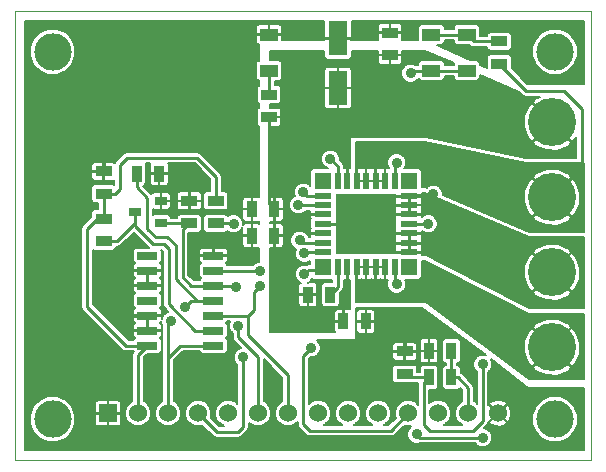
<source format=gtl>
G04 (created by PCBNEW (2013-mar-13)-testing) date Sun 09 Jun 2013 10:00:02 PM EDT*
%MOIN*%
G04 Gerber Fmt 3.4, Leading zero omitted, Abs format*
%FSLAX34Y34*%
G01*
G70*
G90*
G04 APERTURE LIST*
%ADD10C,0.005906*%
%ADD11C,0.003937*%
%ADD12R,0.055000X0.035000*%
%ADD13R,0.035000X0.055000*%
%ADD14R,0.059843X0.040157*%
%ADD15R,0.060000X0.060000*%
%ADD16C,0.060000*%
%ADD17C,0.125000*%
%ADD18C,0.160000*%
%ADD19R,0.039400X0.031500*%
%ADD20R,0.066929X0.025591*%
%ADD21R,0.062992X0.114173*%
%ADD22R,0.204724X0.204724*%
%ADD23R,0.057087X0.019685*%
%ADD24R,0.019685X0.057087*%
%ADD25R,0.057087X0.057087*%
%ADD26C,0.035000*%
%ADD27C,0.010000*%
%ADD28C,0.008000*%
G04 APERTURE END LIST*
G54D10*
G54D11*
X48137Y-60531D02*
X48137Y-45570D01*
X67330Y-60531D02*
X48137Y-60531D01*
X67330Y-45570D02*
X67330Y-60531D01*
X48137Y-45570D02*
X67330Y-45570D01*
G54D12*
X51090Y-51654D03*
X51090Y-50904D03*
G54D13*
X59081Y-55905D03*
X59831Y-55905D03*
X56780Y-53051D03*
X56030Y-53051D03*
X56780Y-52165D03*
X56030Y-52165D03*
G54D12*
X60637Y-47028D03*
X60637Y-46278D03*
G54D13*
X57900Y-55019D03*
X58650Y-55019D03*
X62686Y-56889D03*
X61936Y-56889D03*
G54D14*
X63196Y-46348D03*
X63196Y-47549D03*
X62015Y-47549D03*
X62015Y-46348D03*
X56602Y-46348D03*
X56602Y-47549D03*
G54D15*
X51237Y-58969D03*
G54D16*
X52237Y-58969D03*
X53237Y-58969D03*
X54237Y-58969D03*
X55237Y-58969D03*
X56237Y-58969D03*
X57237Y-58969D03*
X58237Y-58969D03*
X59237Y-58969D03*
X60237Y-58969D03*
X61237Y-58969D03*
X62237Y-58969D03*
X63237Y-58969D03*
X64237Y-58969D03*
G54D17*
X66137Y-59169D03*
X49387Y-46919D03*
X49387Y-59169D03*
X66137Y-46919D03*
G54D18*
X66037Y-49270D03*
X66037Y-51770D03*
X66037Y-56770D03*
X66037Y-54270D03*
G54D19*
X52133Y-52263D03*
X52999Y-51888D03*
X52999Y-52638D03*
G54D12*
X53944Y-52638D03*
X53944Y-51888D03*
X51090Y-52479D03*
X51090Y-53229D03*
G54D13*
X52191Y-50984D03*
X52941Y-50984D03*
G54D12*
X54830Y-51888D03*
X54830Y-52638D03*
X61129Y-57658D03*
X61129Y-56908D03*
X64279Y-47323D03*
X64279Y-46573D03*
G54D13*
X61936Y-57775D03*
X62686Y-57775D03*
G54D12*
X56602Y-49095D03*
X56602Y-48345D03*
G54D20*
X54751Y-56716D03*
X54751Y-56216D03*
X54751Y-55716D03*
X54751Y-55216D03*
X54751Y-54716D03*
X54751Y-54216D03*
X54751Y-53716D03*
X52547Y-53716D03*
X52547Y-54216D03*
X52547Y-54716D03*
X52547Y-55216D03*
X52547Y-55716D03*
X52547Y-56216D03*
X52547Y-56716D03*
G54D21*
X58900Y-48126D03*
X58900Y-46473D03*
G54D22*
X59842Y-52657D03*
G54D23*
X58405Y-53602D03*
X58405Y-53287D03*
X58405Y-52972D03*
X58405Y-52657D03*
X58405Y-52342D03*
X58405Y-52027D03*
X58405Y-51712D03*
X61279Y-51712D03*
X61279Y-52027D03*
X61279Y-52342D03*
X61279Y-52657D03*
X61279Y-52972D03*
X61279Y-53287D03*
X61279Y-53602D03*
G54D24*
X58897Y-51220D03*
X59212Y-51220D03*
X59527Y-51220D03*
X59842Y-51220D03*
X60157Y-51220D03*
X60472Y-51220D03*
X60787Y-51220D03*
X60787Y-54094D03*
X60472Y-54094D03*
X60157Y-54094D03*
X59842Y-54094D03*
X59527Y-54094D03*
X59212Y-54094D03*
X58897Y-54094D03*
G54D25*
X58405Y-54094D03*
X58405Y-51220D03*
X61279Y-51220D03*
X61279Y-54094D03*
G54D26*
X60854Y-54665D03*
X60854Y-50610D03*
X63728Y-59783D03*
X61523Y-59665D03*
X58649Y-50492D03*
X55578Y-56043D03*
X56307Y-54232D03*
X57783Y-53641D03*
X56307Y-54724D03*
X57783Y-54330D03*
X57586Y-52027D03*
X55736Y-57106D03*
X55500Y-54744D03*
X53807Y-55413D03*
X53334Y-55885D03*
X61326Y-47637D03*
X55421Y-52657D03*
X61917Y-52657D03*
X58019Y-56791D03*
X57625Y-53208D03*
X51720Y-55610D03*
X61444Y-56240D03*
X62074Y-51673D03*
X61917Y-53326D03*
X51169Y-50255D03*
X54003Y-51318D03*
X60303Y-55767D03*
X63728Y-57342D03*
X57744Y-51594D03*
G54D27*
X60787Y-54192D02*
X60787Y-54598D01*
X60787Y-54598D02*
X60854Y-54665D01*
X60787Y-50677D02*
X60854Y-50610D01*
X60787Y-50677D02*
X60787Y-51122D01*
X63728Y-59783D02*
X61641Y-59783D01*
X61641Y-59783D02*
X61523Y-59665D01*
X58897Y-50740D02*
X58897Y-51122D01*
X58649Y-50492D02*
X58897Y-50740D01*
X62686Y-57775D02*
X62686Y-56889D01*
X62686Y-57775D02*
X62901Y-57775D01*
X63237Y-58111D02*
X63237Y-58969D01*
X62901Y-57775D02*
X63237Y-58111D01*
X56237Y-57096D02*
X55578Y-56437D01*
X55578Y-56437D02*
X55578Y-56043D01*
X56237Y-57096D02*
X56237Y-58969D01*
X58307Y-53602D02*
X57822Y-53602D01*
X56291Y-54216D02*
X54751Y-54216D01*
X56307Y-54232D02*
X56291Y-54216D01*
X57822Y-53602D02*
X57783Y-53641D01*
X57237Y-58969D02*
X57237Y-57702D01*
X55905Y-56370D02*
X55905Y-55716D01*
X57237Y-57702D02*
X55905Y-56370D01*
X58307Y-54192D02*
X57921Y-54192D01*
X55905Y-55716D02*
X54751Y-55716D01*
X56110Y-55511D02*
X55905Y-55716D01*
X56110Y-54921D02*
X56110Y-55511D01*
X56307Y-54724D02*
X56110Y-54921D01*
X57921Y-54192D02*
X57783Y-54330D01*
X57783Y-52027D02*
X57586Y-52027D01*
X57783Y-52027D02*
X58307Y-52027D01*
X54751Y-54716D02*
X55472Y-54716D01*
X54855Y-59586D02*
X54237Y-58969D01*
X55578Y-59586D02*
X54855Y-59586D01*
X55736Y-59429D02*
X55578Y-59586D01*
X55736Y-58956D02*
X55736Y-59429D01*
X55736Y-57106D02*
X55736Y-58956D01*
X55472Y-54716D02*
X55500Y-54744D01*
X54751Y-54716D02*
X54015Y-54716D01*
X53728Y-52855D02*
X53944Y-52638D01*
X53728Y-54429D02*
X53728Y-52855D01*
X54015Y-54716D02*
X53728Y-54429D01*
X52999Y-52638D02*
X53944Y-52638D01*
X53237Y-57124D02*
X53237Y-55982D01*
X54003Y-55216D02*
X54751Y-55216D01*
X53807Y-55413D02*
X54003Y-55216D01*
X53237Y-55982D02*
X53334Y-55885D01*
X52191Y-50984D02*
X52191Y-51436D01*
X52191Y-51436D02*
X52547Y-51791D01*
X52547Y-51791D02*
X52547Y-52814D01*
X52547Y-52814D02*
X52822Y-53090D01*
X52822Y-53090D02*
X53216Y-53090D01*
X53216Y-53090D02*
X53492Y-53366D01*
X53492Y-53366D02*
X53492Y-54507D01*
X53492Y-54507D02*
X54200Y-55216D01*
X54200Y-55216D02*
X54751Y-55216D01*
X53237Y-58969D02*
X53237Y-57124D01*
X53645Y-56716D02*
X54751Y-56716D01*
X53237Y-57124D02*
X53645Y-56716D01*
X66037Y-51770D02*
X66051Y-51770D01*
X65184Y-48228D02*
X64279Y-47323D01*
X66444Y-48228D02*
X65184Y-48228D01*
X67035Y-48818D02*
X66444Y-48228D01*
X67035Y-50787D02*
X67035Y-48818D01*
X66051Y-51770D02*
X67035Y-50787D01*
X62015Y-47549D02*
X61415Y-47549D01*
X61415Y-47549D02*
X61326Y-47637D01*
X62015Y-47549D02*
X63196Y-47549D01*
X61377Y-52657D02*
X61917Y-52657D01*
X55402Y-52638D02*
X54830Y-52638D01*
X55421Y-52657D02*
X55402Y-52638D01*
X57901Y-53287D02*
X57704Y-53287D01*
X58019Y-56791D02*
X57744Y-57066D01*
X57744Y-57066D02*
X57744Y-59311D01*
X57744Y-59311D02*
X57980Y-59547D01*
X57980Y-59547D02*
X60659Y-59547D01*
X61237Y-58969D02*
X60659Y-59547D01*
X57901Y-53287D02*
X58307Y-53287D01*
X57704Y-53287D02*
X57625Y-53208D01*
X61279Y-51712D02*
X60787Y-51712D01*
X60787Y-51712D02*
X59842Y-52657D01*
X61279Y-52027D02*
X60472Y-52027D01*
X60472Y-52027D02*
X59842Y-52657D01*
X61279Y-52342D02*
X60157Y-52342D01*
X60157Y-52342D02*
X59842Y-52657D01*
X61279Y-52972D02*
X60157Y-52972D01*
X60157Y-52972D02*
X59842Y-52657D01*
X61279Y-53287D02*
X60472Y-53287D01*
X60472Y-53287D02*
X59842Y-52657D01*
X61279Y-53602D02*
X60787Y-53602D01*
X60787Y-53602D02*
X59842Y-52657D01*
X52547Y-55716D02*
X51826Y-55716D01*
X51826Y-55716D02*
X51720Y-55610D01*
X61129Y-56908D02*
X61129Y-56555D01*
X61129Y-56555D02*
X61444Y-56240D01*
X61377Y-51712D02*
X62035Y-51712D01*
X62035Y-51712D02*
X62074Y-51673D01*
X61377Y-53287D02*
X61877Y-53287D01*
X61877Y-53287D02*
X61917Y-53326D01*
X51090Y-50904D02*
X51090Y-50334D01*
X51090Y-50334D02*
X51169Y-50255D01*
X53944Y-51888D02*
X53944Y-51377D01*
X53944Y-51377D02*
X54003Y-51318D01*
X59831Y-55905D02*
X60165Y-55905D01*
X60165Y-55905D02*
X60303Y-55767D01*
X58307Y-52657D02*
X59842Y-52657D01*
X58307Y-51712D02*
X57862Y-51712D01*
X61759Y-57951D02*
X61936Y-57775D01*
X61759Y-59350D02*
X61759Y-57951D01*
X61956Y-59547D02*
X61759Y-59350D01*
X63413Y-59547D02*
X61956Y-59547D01*
X63728Y-59232D02*
X63413Y-59547D01*
X63728Y-57342D02*
X63728Y-59232D01*
X57862Y-51712D02*
X57744Y-51594D01*
X61936Y-57775D02*
X61247Y-57775D01*
X61247Y-57775D02*
X61129Y-57658D01*
X56602Y-47549D02*
X56602Y-48345D01*
X58897Y-54192D02*
X58897Y-54772D01*
X58897Y-54772D02*
X58650Y-55019D01*
X52133Y-52263D02*
X52133Y-52716D01*
X54137Y-56216D02*
X54751Y-56216D01*
X53255Y-55334D02*
X54137Y-56216D01*
X53255Y-53484D02*
X53255Y-55334D01*
X53098Y-53326D02*
X53255Y-53484D01*
X52744Y-53326D02*
X53098Y-53326D01*
X52133Y-52716D02*
X52744Y-53326D01*
X51090Y-53229D02*
X51542Y-53229D01*
X52133Y-52637D02*
X52133Y-52263D01*
X51542Y-53229D02*
X52133Y-52637D01*
X62015Y-46348D02*
X63196Y-46348D01*
X64279Y-46573D02*
X63422Y-46573D01*
X63422Y-46573D02*
X63196Y-46348D01*
X54830Y-51888D02*
X54830Y-51082D01*
X51463Y-51654D02*
X51090Y-51654D01*
X51641Y-51476D02*
X51463Y-51654D01*
X51641Y-50688D02*
X51641Y-51476D01*
X51877Y-50452D02*
X51641Y-50688D01*
X54200Y-50452D02*
X51877Y-50452D01*
X54830Y-51082D02*
X54200Y-50452D01*
X52547Y-56716D02*
X51842Y-56716D01*
X50875Y-52479D02*
X51090Y-52479D01*
X50539Y-52814D02*
X50875Y-52479D01*
X50539Y-55413D02*
X50539Y-52814D01*
X51842Y-56716D02*
X50539Y-55413D01*
X51090Y-52479D02*
X51090Y-51654D01*
X52237Y-58969D02*
X52237Y-57025D01*
X52237Y-57025D02*
X52547Y-56716D01*
X56602Y-49095D02*
X56602Y-51987D01*
X56602Y-51987D02*
X56780Y-52165D01*
G54D10*
G36*
X67093Y-52912D02*
X66982Y-52912D01*
X66982Y-51611D01*
X66849Y-51261D01*
X66819Y-51215D01*
X66697Y-51125D01*
X66683Y-51139D01*
X66683Y-51110D01*
X66593Y-50989D01*
X66251Y-50836D01*
X65877Y-50825D01*
X65528Y-50958D01*
X65482Y-50989D01*
X65391Y-51110D01*
X66037Y-51756D01*
X66683Y-51110D01*
X66683Y-51139D01*
X66051Y-51770D01*
X66697Y-52416D01*
X66819Y-52326D01*
X66972Y-51984D01*
X66982Y-51611D01*
X66982Y-52912D01*
X66683Y-52912D01*
X66683Y-52430D01*
X66037Y-51785D01*
X66023Y-51799D01*
X66023Y-51770D01*
X65377Y-51125D01*
X65256Y-51215D01*
X65103Y-51556D01*
X65092Y-51930D01*
X65225Y-52280D01*
X65256Y-52326D01*
X65377Y-52416D01*
X66023Y-51770D01*
X66023Y-51799D01*
X65391Y-52430D01*
X65482Y-52552D01*
X65823Y-52705D01*
X66197Y-52715D01*
X66547Y-52582D01*
X66593Y-52552D01*
X66683Y-52430D01*
X66683Y-52912D01*
X65271Y-52912D01*
X62389Y-51677D01*
X62389Y-51610D01*
X62342Y-51495D01*
X62253Y-51406D01*
X62137Y-51358D01*
X62012Y-51358D01*
X61896Y-51406D01*
X61854Y-51448D01*
X61827Y-51436D01*
X61704Y-51436D01*
X61704Y-50907D01*
X61683Y-50855D01*
X61644Y-50816D01*
X61592Y-50795D01*
X61537Y-50795D01*
X61115Y-50795D01*
X61121Y-50788D01*
X61169Y-50673D01*
X61169Y-50547D01*
X61121Y-50432D01*
X61032Y-50343D01*
X60917Y-50295D01*
X60791Y-50295D01*
X60676Y-50343D01*
X60587Y-50431D01*
X60539Y-50547D01*
X60539Y-50672D01*
X60587Y-50788D01*
X60593Y-50795D01*
X60517Y-50795D01*
X60482Y-50830D01*
X60482Y-51210D01*
X60490Y-51210D01*
X60490Y-51230D01*
X60482Y-51230D01*
X60482Y-51238D01*
X60462Y-51238D01*
X60462Y-51230D01*
X60462Y-51210D01*
X60462Y-50830D01*
X60427Y-50795D01*
X60346Y-50795D01*
X60314Y-50807D01*
X60283Y-50795D01*
X60202Y-50795D01*
X60167Y-50830D01*
X60167Y-51210D01*
X60269Y-51210D01*
X60360Y-51210D01*
X60462Y-51210D01*
X60462Y-51230D01*
X60360Y-51230D01*
X60269Y-51230D01*
X60167Y-51230D01*
X60167Y-51238D01*
X60147Y-51238D01*
X60147Y-51230D01*
X60147Y-51210D01*
X60147Y-50830D01*
X60112Y-50795D01*
X60031Y-50795D01*
X60000Y-50807D01*
X59968Y-50795D01*
X59887Y-50795D01*
X59852Y-50830D01*
X59852Y-51210D01*
X59954Y-51210D01*
X60045Y-51210D01*
X60147Y-51210D01*
X60147Y-51230D01*
X60045Y-51230D01*
X59954Y-51230D01*
X59852Y-51230D01*
X59852Y-51238D01*
X59832Y-51238D01*
X59832Y-51230D01*
X59832Y-51210D01*
X59832Y-50830D01*
X59797Y-50795D01*
X59716Y-50795D01*
X59685Y-50807D01*
X59653Y-50795D01*
X59572Y-50795D01*
X59537Y-50830D01*
X59537Y-51210D01*
X59639Y-51210D01*
X59730Y-51210D01*
X59832Y-51210D01*
X59832Y-51230D01*
X59730Y-51230D01*
X59639Y-51230D01*
X59537Y-51230D01*
X59537Y-51238D01*
X59517Y-51238D01*
X59517Y-51230D01*
X59509Y-51230D01*
X59509Y-51210D01*
X59517Y-51210D01*
X59517Y-50830D01*
X59496Y-50809D01*
X59496Y-49941D01*
X61814Y-49941D01*
X65161Y-50630D01*
X67093Y-50630D01*
X67093Y-52912D01*
X67093Y-52912D01*
G37*
G54D28*
X67093Y-52912D02*
X66982Y-52912D01*
X66982Y-51611D01*
X66849Y-51261D01*
X66819Y-51215D01*
X66697Y-51125D01*
X66683Y-51139D01*
X66683Y-51110D01*
X66593Y-50989D01*
X66251Y-50836D01*
X65877Y-50825D01*
X65528Y-50958D01*
X65482Y-50989D01*
X65391Y-51110D01*
X66037Y-51756D01*
X66683Y-51110D01*
X66683Y-51139D01*
X66051Y-51770D01*
X66697Y-52416D01*
X66819Y-52326D01*
X66972Y-51984D01*
X66982Y-51611D01*
X66982Y-52912D01*
X66683Y-52912D01*
X66683Y-52430D01*
X66037Y-51785D01*
X66023Y-51799D01*
X66023Y-51770D01*
X65377Y-51125D01*
X65256Y-51215D01*
X65103Y-51556D01*
X65092Y-51930D01*
X65225Y-52280D01*
X65256Y-52326D01*
X65377Y-52416D01*
X66023Y-51770D01*
X66023Y-51799D01*
X65391Y-52430D01*
X65482Y-52552D01*
X65823Y-52705D01*
X66197Y-52715D01*
X66547Y-52582D01*
X66593Y-52552D01*
X66683Y-52430D01*
X66683Y-52912D01*
X65271Y-52912D01*
X62389Y-51677D01*
X62389Y-51610D01*
X62342Y-51495D01*
X62253Y-51406D01*
X62137Y-51358D01*
X62012Y-51358D01*
X61896Y-51406D01*
X61854Y-51448D01*
X61827Y-51436D01*
X61704Y-51436D01*
X61704Y-50907D01*
X61683Y-50855D01*
X61644Y-50816D01*
X61592Y-50795D01*
X61537Y-50795D01*
X61115Y-50795D01*
X61121Y-50788D01*
X61169Y-50673D01*
X61169Y-50547D01*
X61121Y-50432D01*
X61032Y-50343D01*
X60917Y-50295D01*
X60791Y-50295D01*
X60676Y-50343D01*
X60587Y-50431D01*
X60539Y-50547D01*
X60539Y-50672D01*
X60587Y-50788D01*
X60593Y-50795D01*
X60517Y-50795D01*
X60482Y-50830D01*
X60482Y-51210D01*
X60490Y-51210D01*
X60490Y-51230D01*
X60482Y-51230D01*
X60482Y-51238D01*
X60462Y-51238D01*
X60462Y-51230D01*
X60462Y-51210D01*
X60462Y-50830D01*
X60427Y-50795D01*
X60346Y-50795D01*
X60314Y-50807D01*
X60283Y-50795D01*
X60202Y-50795D01*
X60167Y-50830D01*
X60167Y-51210D01*
X60269Y-51210D01*
X60360Y-51210D01*
X60462Y-51210D01*
X60462Y-51230D01*
X60360Y-51230D01*
X60269Y-51230D01*
X60167Y-51230D01*
X60167Y-51238D01*
X60147Y-51238D01*
X60147Y-51230D01*
X60147Y-51210D01*
X60147Y-50830D01*
X60112Y-50795D01*
X60031Y-50795D01*
X60000Y-50807D01*
X59968Y-50795D01*
X59887Y-50795D01*
X59852Y-50830D01*
X59852Y-51210D01*
X59954Y-51210D01*
X60045Y-51210D01*
X60147Y-51210D01*
X60147Y-51230D01*
X60045Y-51230D01*
X59954Y-51230D01*
X59852Y-51230D01*
X59852Y-51238D01*
X59832Y-51238D01*
X59832Y-51230D01*
X59832Y-51210D01*
X59832Y-50830D01*
X59797Y-50795D01*
X59716Y-50795D01*
X59685Y-50807D01*
X59653Y-50795D01*
X59572Y-50795D01*
X59537Y-50830D01*
X59537Y-51210D01*
X59639Y-51210D01*
X59730Y-51210D01*
X59832Y-51210D01*
X59832Y-51230D01*
X59730Y-51230D01*
X59639Y-51230D01*
X59537Y-51230D01*
X59537Y-51238D01*
X59517Y-51238D01*
X59517Y-51230D01*
X59509Y-51230D01*
X59509Y-51210D01*
X59517Y-51210D01*
X59517Y-50830D01*
X59496Y-50809D01*
X59496Y-49941D01*
X61814Y-49941D01*
X65161Y-50630D01*
X67093Y-50630D01*
X67093Y-52912D01*
G54D10*
G36*
X67093Y-57834D02*
X66982Y-57834D01*
X66982Y-56611D01*
X66849Y-56261D01*
X66819Y-56215D01*
X66697Y-56125D01*
X66683Y-56139D01*
X66683Y-56110D01*
X66593Y-55989D01*
X66251Y-55836D01*
X65877Y-55825D01*
X65528Y-55958D01*
X65482Y-55989D01*
X65391Y-56110D01*
X66037Y-56756D01*
X66683Y-56110D01*
X66683Y-56139D01*
X66051Y-56770D01*
X66697Y-57416D01*
X66819Y-57326D01*
X66972Y-56984D01*
X66982Y-56611D01*
X66982Y-57834D01*
X66683Y-57834D01*
X66683Y-57430D01*
X66037Y-56785D01*
X66023Y-56799D01*
X66023Y-56770D01*
X65377Y-56125D01*
X65256Y-56215D01*
X65103Y-56556D01*
X65092Y-56930D01*
X65225Y-57280D01*
X65256Y-57326D01*
X65377Y-57416D01*
X66023Y-56770D01*
X66023Y-56799D01*
X65391Y-57430D01*
X65482Y-57552D01*
X65823Y-57705D01*
X66197Y-57715D01*
X66547Y-57582D01*
X66593Y-57552D01*
X66683Y-57430D01*
X66683Y-57834D01*
X65277Y-57834D01*
X61832Y-55274D01*
X60462Y-55274D01*
X60462Y-54484D01*
X60462Y-54104D01*
X60360Y-54104D01*
X60269Y-54104D01*
X60167Y-54104D01*
X60167Y-54484D01*
X60202Y-54519D01*
X60283Y-54519D01*
X60314Y-54506D01*
X60346Y-54519D01*
X60427Y-54519D01*
X60462Y-54484D01*
X60462Y-55274D01*
X60147Y-55274D01*
X60147Y-54484D01*
X60147Y-54104D01*
X60045Y-54104D01*
X59954Y-54104D01*
X59852Y-54104D01*
X59852Y-54484D01*
X59887Y-54519D01*
X59968Y-54519D01*
X60000Y-54506D01*
X60031Y-54519D01*
X60112Y-54519D01*
X60147Y-54484D01*
X60147Y-55274D01*
X59832Y-55274D01*
X59832Y-54484D01*
X59832Y-54104D01*
X59730Y-54104D01*
X59639Y-54104D01*
X59537Y-54104D01*
X59537Y-54484D01*
X59572Y-54519D01*
X59653Y-54519D01*
X59685Y-54506D01*
X59716Y-54519D01*
X59797Y-54519D01*
X59832Y-54484D01*
X59832Y-55274D01*
X59496Y-55274D01*
X59496Y-54505D01*
X59517Y-54484D01*
X59517Y-54104D01*
X59509Y-54104D01*
X59509Y-54084D01*
X59517Y-54084D01*
X59517Y-54076D01*
X59537Y-54076D01*
X59537Y-54084D01*
X59639Y-54084D01*
X59730Y-54084D01*
X59832Y-54084D01*
X59832Y-54076D01*
X59852Y-54076D01*
X59852Y-54084D01*
X59954Y-54084D01*
X60045Y-54084D01*
X60147Y-54084D01*
X60147Y-54076D01*
X60167Y-54076D01*
X60167Y-54084D01*
X60269Y-54084D01*
X60360Y-54084D01*
X60462Y-54084D01*
X60462Y-54076D01*
X60482Y-54076D01*
X60482Y-54084D01*
X60490Y-54084D01*
X60490Y-54104D01*
X60482Y-54104D01*
X60482Y-54484D01*
X60517Y-54519D01*
X60573Y-54519D01*
X60539Y-54602D01*
X60539Y-54727D01*
X60587Y-54843D01*
X60675Y-54932D01*
X60791Y-54980D01*
X60916Y-54980D01*
X61032Y-54932D01*
X61121Y-54844D01*
X61169Y-54728D01*
X61169Y-54602D01*
X61135Y-54519D01*
X61592Y-54519D01*
X61644Y-54498D01*
X61683Y-54459D01*
X61704Y-54407D01*
X61704Y-54352D01*
X61704Y-53878D01*
X61809Y-53878D01*
X65254Y-55650D01*
X67093Y-55650D01*
X67093Y-57834D01*
X67093Y-57834D01*
G37*
G54D28*
X67093Y-57834D02*
X66982Y-57834D01*
X66982Y-56611D01*
X66849Y-56261D01*
X66819Y-56215D01*
X66697Y-56125D01*
X66683Y-56139D01*
X66683Y-56110D01*
X66593Y-55989D01*
X66251Y-55836D01*
X65877Y-55825D01*
X65528Y-55958D01*
X65482Y-55989D01*
X65391Y-56110D01*
X66037Y-56756D01*
X66683Y-56110D01*
X66683Y-56139D01*
X66051Y-56770D01*
X66697Y-57416D01*
X66819Y-57326D01*
X66972Y-56984D01*
X66982Y-56611D01*
X66982Y-57834D01*
X66683Y-57834D01*
X66683Y-57430D01*
X66037Y-56785D01*
X66023Y-56799D01*
X66023Y-56770D01*
X65377Y-56125D01*
X65256Y-56215D01*
X65103Y-56556D01*
X65092Y-56930D01*
X65225Y-57280D01*
X65256Y-57326D01*
X65377Y-57416D01*
X66023Y-56770D01*
X66023Y-56799D01*
X65391Y-57430D01*
X65482Y-57552D01*
X65823Y-57705D01*
X66197Y-57715D01*
X66547Y-57582D01*
X66593Y-57552D01*
X66683Y-57430D01*
X66683Y-57834D01*
X65277Y-57834D01*
X61832Y-55274D01*
X60462Y-55274D01*
X60462Y-54484D01*
X60462Y-54104D01*
X60360Y-54104D01*
X60269Y-54104D01*
X60167Y-54104D01*
X60167Y-54484D01*
X60202Y-54519D01*
X60283Y-54519D01*
X60314Y-54506D01*
X60346Y-54519D01*
X60427Y-54519D01*
X60462Y-54484D01*
X60462Y-55274D01*
X60147Y-55274D01*
X60147Y-54484D01*
X60147Y-54104D01*
X60045Y-54104D01*
X59954Y-54104D01*
X59852Y-54104D01*
X59852Y-54484D01*
X59887Y-54519D01*
X59968Y-54519D01*
X60000Y-54506D01*
X60031Y-54519D01*
X60112Y-54519D01*
X60147Y-54484D01*
X60147Y-55274D01*
X59832Y-55274D01*
X59832Y-54484D01*
X59832Y-54104D01*
X59730Y-54104D01*
X59639Y-54104D01*
X59537Y-54104D01*
X59537Y-54484D01*
X59572Y-54519D01*
X59653Y-54519D01*
X59685Y-54506D01*
X59716Y-54519D01*
X59797Y-54519D01*
X59832Y-54484D01*
X59832Y-55274D01*
X59496Y-55274D01*
X59496Y-54505D01*
X59517Y-54484D01*
X59517Y-54104D01*
X59509Y-54104D01*
X59509Y-54084D01*
X59517Y-54084D01*
X59517Y-54076D01*
X59537Y-54076D01*
X59537Y-54084D01*
X59639Y-54084D01*
X59730Y-54084D01*
X59832Y-54084D01*
X59832Y-54076D01*
X59852Y-54076D01*
X59852Y-54084D01*
X59954Y-54084D01*
X60045Y-54084D01*
X60147Y-54084D01*
X60147Y-54076D01*
X60167Y-54076D01*
X60167Y-54084D01*
X60269Y-54084D01*
X60360Y-54084D01*
X60462Y-54084D01*
X60462Y-54076D01*
X60482Y-54076D01*
X60482Y-54084D01*
X60490Y-54084D01*
X60490Y-54104D01*
X60482Y-54104D01*
X60482Y-54484D01*
X60517Y-54519D01*
X60573Y-54519D01*
X60539Y-54602D01*
X60539Y-54727D01*
X60587Y-54843D01*
X60675Y-54932D01*
X60791Y-54980D01*
X60916Y-54980D01*
X61032Y-54932D01*
X61121Y-54844D01*
X61169Y-54728D01*
X61169Y-54602D01*
X61135Y-54519D01*
X61592Y-54519D01*
X61644Y-54498D01*
X61683Y-54459D01*
X61704Y-54407D01*
X61704Y-54352D01*
X61704Y-53878D01*
X61809Y-53878D01*
X65254Y-55650D01*
X67093Y-55650D01*
X67093Y-57834D01*
G54D10*
G36*
X66845Y-50452D02*
X66683Y-50452D01*
X66683Y-49930D01*
X66037Y-49285D01*
X66023Y-49299D01*
X66023Y-49270D01*
X65377Y-48625D01*
X65256Y-48715D01*
X65103Y-49056D01*
X65092Y-49430D01*
X65225Y-49780D01*
X65256Y-49826D01*
X65377Y-49916D01*
X66023Y-49270D01*
X66023Y-49299D01*
X65391Y-49930D01*
X65482Y-50052D01*
X65823Y-50205D01*
X66197Y-50215D01*
X66547Y-50082D01*
X66593Y-50052D01*
X66683Y-49930D01*
X66683Y-50452D01*
X65169Y-50452D01*
X61822Y-49763D01*
X60627Y-49763D01*
X60627Y-47308D01*
X60627Y-47038D01*
X60257Y-47038D01*
X60222Y-47073D01*
X60222Y-47231D01*
X60244Y-47282D01*
X60283Y-47322D01*
X60334Y-47343D01*
X60390Y-47343D01*
X60592Y-47343D01*
X60627Y-47308D01*
X60627Y-49763D01*
X59354Y-49763D01*
X59354Y-48725D01*
X59354Y-48669D01*
X59354Y-48171D01*
X59354Y-48081D01*
X59354Y-47583D01*
X59354Y-47528D01*
X59333Y-47476D01*
X59294Y-47437D01*
X59242Y-47415D01*
X58945Y-47415D01*
X58910Y-47450D01*
X58910Y-48116D01*
X59319Y-48116D01*
X59354Y-48081D01*
X59354Y-48171D01*
X59319Y-48136D01*
X58910Y-48136D01*
X58910Y-48802D01*
X58945Y-48837D01*
X59242Y-48837D01*
X59294Y-48816D01*
X59333Y-48776D01*
X59354Y-48725D01*
X59354Y-49763D01*
X59318Y-49763D01*
X59318Y-50795D01*
X59257Y-50795D01*
X59222Y-50830D01*
X59222Y-51210D01*
X59230Y-51210D01*
X59230Y-51230D01*
X59222Y-51230D01*
X59222Y-51238D01*
X59202Y-51238D01*
X59202Y-51230D01*
X59194Y-51230D01*
X59194Y-51210D01*
X59202Y-51210D01*
X59202Y-50830D01*
X59167Y-50795D01*
X59087Y-50795D01*
X59087Y-50740D01*
X59087Y-50740D01*
X59087Y-50740D01*
X59073Y-50667D01*
X59031Y-50605D01*
X59031Y-50605D01*
X59031Y-50605D01*
X58964Y-50538D01*
X58964Y-50429D01*
X58916Y-50313D01*
X58890Y-50287D01*
X58890Y-48802D01*
X58890Y-48136D01*
X58890Y-48116D01*
X58890Y-47450D01*
X58855Y-47415D01*
X58557Y-47415D01*
X58505Y-47437D01*
X58466Y-47476D01*
X58445Y-47528D01*
X58445Y-47583D01*
X58445Y-48081D01*
X58480Y-48116D01*
X58890Y-48116D01*
X58890Y-48136D01*
X58480Y-48136D01*
X58445Y-48171D01*
X58445Y-48669D01*
X58445Y-48725D01*
X58466Y-48776D01*
X58505Y-48816D01*
X58557Y-48837D01*
X58855Y-48837D01*
X58890Y-48802D01*
X58890Y-50287D01*
X58828Y-50225D01*
X58712Y-50177D01*
X58587Y-50177D01*
X58471Y-50224D01*
X58382Y-50313D01*
X58334Y-50429D01*
X58334Y-50554D01*
X58382Y-50670D01*
X58470Y-50759D01*
X58557Y-50795D01*
X58092Y-50795D01*
X58040Y-50816D01*
X58001Y-50855D01*
X57980Y-50907D01*
X57980Y-50962D01*
X57980Y-51385D01*
X57922Y-51327D01*
X57807Y-51279D01*
X57681Y-51279D01*
X57565Y-51327D01*
X57477Y-51415D01*
X57429Y-51531D01*
X57429Y-51656D01*
X57462Y-51737D01*
X57408Y-51760D01*
X57319Y-51848D01*
X57271Y-51964D01*
X57271Y-52089D01*
X57319Y-52205D01*
X57407Y-52294D01*
X57523Y-52342D01*
X57648Y-52342D01*
X57764Y-52294D01*
X57842Y-52217D01*
X57980Y-52217D01*
X57980Y-52271D01*
X57980Y-52297D01*
X58015Y-52332D01*
X58395Y-52332D01*
X58395Y-52324D01*
X58415Y-52324D01*
X58415Y-52332D01*
X58423Y-52332D01*
X58423Y-52352D01*
X58415Y-52352D01*
X58415Y-52360D01*
X58395Y-52360D01*
X58395Y-52352D01*
X58015Y-52352D01*
X57980Y-52387D01*
X57980Y-52413D01*
X57980Y-52468D01*
X57993Y-52500D01*
X57980Y-52531D01*
X57980Y-52586D01*
X57980Y-52783D01*
X57993Y-52814D01*
X57980Y-52846D01*
X57980Y-52901D01*
X57980Y-52927D01*
X58015Y-52962D01*
X58395Y-52962D01*
X58395Y-52954D01*
X58415Y-52954D01*
X58415Y-52962D01*
X58423Y-52962D01*
X58423Y-52982D01*
X58415Y-52982D01*
X58415Y-52990D01*
X58395Y-52990D01*
X58395Y-52982D01*
X58015Y-52982D01*
X57980Y-53017D01*
X57980Y-53043D01*
X57980Y-53097D01*
X57920Y-53097D01*
X57893Y-53030D01*
X57804Y-52941D01*
X57688Y-52893D01*
X57563Y-52893D01*
X57447Y-52941D01*
X57359Y-53029D01*
X57311Y-53145D01*
X57310Y-53271D01*
X57358Y-53386D01*
X57447Y-53475D01*
X57501Y-53498D01*
X57468Y-53578D01*
X57468Y-53704D01*
X57516Y-53819D01*
X57604Y-53908D01*
X57720Y-53956D01*
X57845Y-53956D01*
X57961Y-53908D01*
X57980Y-53890D01*
X57980Y-54002D01*
X57921Y-54002D01*
X57921Y-54002D01*
X57849Y-54017D01*
X57846Y-54015D01*
X57721Y-54015D01*
X57605Y-54063D01*
X57516Y-54152D01*
X57468Y-54267D01*
X57468Y-54393D01*
X57516Y-54508D01*
X57604Y-54597D01*
X57659Y-54620D01*
X57646Y-54625D01*
X57606Y-54665D01*
X57585Y-54716D01*
X57585Y-54772D01*
X57585Y-54974D01*
X57620Y-55009D01*
X57890Y-55009D01*
X57890Y-55001D01*
X57910Y-55001D01*
X57910Y-55009D01*
X58180Y-55009D01*
X58215Y-54974D01*
X58215Y-54772D01*
X58215Y-54716D01*
X58194Y-54665D01*
X58154Y-54625D01*
X58103Y-54604D01*
X57945Y-54604D01*
X57910Y-54639D01*
X57910Y-54619D01*
X57961Y-54597D01*
X58050Y-54509D01*
X58052Y-54503D01*
X58092Y-54519D01*
X58147Y-54519D01*
X58707Y-54519D01*
X58707Y-54604D01*
X58447Y-54604D01*
X58396Y-54625D01*
X58356Y-54665D01*
X58335Y-54716D01*
X58335Y-54772D01*
X58335Y-55322D01*
X58356Y-55373D01*
X58396Y-55413D01*
X58447Y-55434D01*
X58503Y-55434D01*
X58853Y-55434D01*
X58904Y-55413D01*
X58944Y-55373D01*
X58965Y-55322D01*
X58965Y-55266D01*
X58965Y-54973D01*
X59031Y-54906D01*
X59073Y-54845D01*
X59087Y-54772D01*
X59087Y-54519D01*
X59167Y-54519D01*
X59202Y-54484D01*
X59202Y-54104D01*
X59194Y-54104D01*
X59194Y-54084D01*
X59202Y-54084D01*
X59202Y-54076D01*
X59222Y-54076D01*
X59222Y-54084D01*
X59230Y-54084D01*
X59230Y-54104D01*
X59222Y-54104D01*
X59222Y-54484D01*
X59257Y-54519D01*
X59318Y-54519D01*
X59318Y-55504D01*
X59284Y-55490D01*
X59126Y-55490D01*
X59091Y-55525D01*
X59091Y-55895D01*
X59099Y-55895D01*
X59099Y-55915D01*
X59091Y-55915D01*
X59091Y-55923D01*
X59071Y-55923D01*
X59071Y-55915D01*
X59071Y-55895D01*
X59071Y-55525D01*
X59036Y-55490D01*
X58878Y-55490D01*
X58827Y-55511D01*
X58788Y-55551D01*
X58766Y-55602D01*
X58766Y-55658D01*
X58766Y-55860D01*
X58801Y-55895D01*
X59071Y-55895D01*
X59071Y-55915D01*
X58801Y-55915D01*
X58766Y-55950D01*
X58766Y-56152D01*
X58766Y-56208D01*
X58787Y-56259D01*
X58215Y-56259D01*
X58215Y-55322D01*
X58215Y-55266D01*
X58215Y-55064D01*
X58180Y-55029D01*
X57910Y-55029D01*
X57910Y-55399D01*
X57945Y-55434D01*
X58103Y-55434D01*
X58154Y-55413D01*
X58194Y-55373D01*
X58215Y-55322D01*
X58215Y-56259D01*
X57890Y-56259D01*
X57890Y-55399D01*
X57890Y-55029D01*
X57620Y-55029D01*
X57585Y-55064D01*
X57585Y-55266D01*
X57585Y-55322D01*
X57606Y-55373D01*
X57646Y-55413D01*
X57697Y-55434D01*
X57855Y-55434D01*
X57890Y-55399D01*
X57890Y-56259D01*
X57095Y-56259D01*
X57095Y-53354D01*
X57095Y-53298D01*
X57095Y-53096D01*
X57095Y-53006D01*
X57095Y-52804D01*
X57095Y-52748D01*
X57095Y-52468D01*
X57095Y-52412D01*
X57095Y-52210D01*
X57095Y-52120D01*
X57095Y-51918D01*
X57095Y-51862D01*
X57074Y-51811D01*
X57034Y-51771D01*
X56983Y-51750D01*
X56825Y-51750D01*
X56790Y-51785D01*
X56790Y-52155D01*
X57060Y-52155D01*
X57095Y-52120D01*
X57095Y-52210D01*
X57060Y-52175D01*
X56790Y-52175D01*
X56790Y-52545D01*
X56825Y-52580D01*
X56983Y-52580D01*
X57034Y-52559D01*
X57074Y-52519D01*
X57095Y-52468D01*
X57095Y-52748D01*
X57074Y-52696D01*
X57034Y-52657D01*
X56983Y-52636D01*
X56825Y-52636D01*
X56790Y-52671D01*
X56790Y-53041D01*
X57060Y-53041D01*
X57095Y-53006D01*
X57095Y-53096D01*
X57060Y-53061D01*
X56790Y-53061D01*
X56790Y-53431D01*
X56825Y-53466D01*
X56983Y-53466D01*
X57034Y-53444D01*
X57074Y-53405D01*
X57095Y-53354D01*
X57095Y-56259D01*
X56642Y-56259D01*
X56642Y-53466D01*
X56735Y-53466D01*
X56770Y-53431D01*
X56770Y-53061D01*
X56762Y-53061D01*
X56762Y-53041D01*
X56770Y-53041D01*
X56770Y-52671D01*
X56735Y-52636D01*
X56642Y-52636D01*
X56642Y-52580D01*
X56735Y-52580D01*
X56770Y-52545D01*
X56770Y-52175D01*
X56762Y-52175D01*
X56762Y-52155D01*
X56770Y-52155D01*
X56770Y-51785D01*
X56735Y-51750D01*
X56642Y-51750D01*
X56642Y-49405D01*
X56647Y-49410D01*
X56849Y-49410D01*
X56905Y-49410D01*
X56956Y-49389D01*
X56996Y-49349D01*
X57017Y-49298D01*
X57017Y-49140D01*
X56982Y-49105D01*
X56642Y-49105D01*
X56642Y-49085D01*
X56982Y-49085D01*
X57017Y-49050D01*
X57017Y-48892D01*
X56996Y-48841D01*
X56956Y-48801D01*
X56905Y-48780D01*
X56849Y-48780D01*
X56647Y-48780D01*
X56642Y-48785D01*
X56642Y-48660D01*
X56905Y-48660D01*
X56956Y-48639D01*
X56996Y-48599D01*
X57017Y-48548D01*
X57017Y-48492D01*
X57017Y-48142D01*
X56996Y-48091D01*
X56956Y-48051D01*
X56905Y-48030D01*
X56849Y-48030D01*
X56792Y-48030D01*
X56792Y-47890D01*
X56929Y-47890D01*
X56980Y-47868D01*
X57020Y-47829D01*
X57041Y-47777D01*
X57041Y-47722D01*
X57041Y-47320D01*
X57020Y-47269D01*
X56980Y-47229D01*
X56929Y-47208D01*
X56873Y-47208D01*
X56642Y-47208D01*
X56642Y-46890D01*
X58445Y-46890D01*
X58445Y-47071D01*
X58466Y-47123D01*
X58505Y-47162D01*
X58557Y-47184D01*
X58612Y-47184D01*
X59242Y-47184D01*
X59294Y-47162D01*
X59333Y-47123D01*
X59354Y-47071D01*
X59354Y-47016D01*
X59354Y-46890D01*
X60222Y-46890D01*
X60222Y-46983D01*
X60257Y-47018D01*
X60627Y-47018D01*
X60627Y-47010D01*
X60647Y-47010D01*
X60647Y-47018D01*
X61017Y-47018D01*
X61052Y-46983D01*
X61052Y-46890D01*
X61810Y-46890D01*
X62763Y-47307D01*
X62757Y-47320D01*
X62757Y-47359D01*
X62454Y-47359D01*
X62454Y-47320D01*
X62433Y-47269D01*
X62394Y-47229D01*
X62342Y-47208D01*
X62287Y-47208D01*
X61688Y-47208D01*
X61637Y-47229D01*
X61597Y-47269D01*
X61576Y-47320D01*
X61576Y-47359D01*
X61477Y-47359D01*
X61389Y-47322D01*
X61264Y-47322D01*
X61148Y-47370D01*
X61059Y-47459D01*
X61052Y-47476D01*
X61052Y-47231D01*
X61052Y-47073D01*
X61017Y-47038D01*
X60647Y-47038D01*
X60647Y-47308D01*
X60682Y-47343D01*
X60884Y-47343D01*
X60940Y-47343D01*
X60992Y-47322D01*
X61031Y-47282D01*
X61052Y-47231D01*
X61052Y-47476D01*
X61011Y-47574D01*
X61011Y-47700D01*
X61059Y-47815D01*
X61148Y-47904D01*
X61263Y-47952D01*
X61389Y-47952D01*
X61504Y-47904D01*
X61592Y-47817D01*
X61597Y-47829D01*
X61637Y-47868D01*
X61688Y-47890D01*
X61744Y-47890D01*
X62342Y-47890D01*
X62394Y-47868D01*
X62433Y-47829D01*
X62454Y-47777D01*
X62454Y-47739D01*
X62757Y-47739D01*
X62757Y-47777D01*
X62778Y-47829D01*
X62818Y-47868D01*
X62869Y-47890D01*
X62925Y-47890D01*
X63523Y-47890D01*
X63575Y-47868D01*
X63614Y-47829D01*
X63636Y-47777D01*
X63636Y-47722D01*
X63636Y-47689D01*
X64951Y-48264D01*
X65049Y-48362D01*
X65049Y-48362D01*
X65049Y-48362D01*
X65111Y-48403D01*
X65184Y-48418D01*
X65184Y-48418D01*
X65184Y-48418D01*
X65635Y-48418D01*
X65528Y-48458D01*
X65482Y-48489D01*
X65391Y-48610D01*
X66037Y-49256D01*
X66043Y-49251D01*
X66057Y-49265D01*
X66051Y-49270D01*
X66697Y-49916D01*
X66819Y-49826D01*
X66845Y-49767D01*
X66845Y-50452D01*
X66845Y-50452D01*
G37*
G54D28*
X66845Y-50452D02*
X66683Y-50452D01*
X66683Y-49930D01*
X66037Y-49285D01*
X66023Y-49299D01*
X66023Y-49270D01*
X65377Y-48625D01*
X65256Y-48715D01*
X65103Y-49056D01*
X65092Y-49430D01*
X65225Y-49780D01*
X65256Y-49826D01*
X65377Y-49916D01*
X66023Y-49270D01*
X66023Y-49299D01*
X65391Y-49930D01*
X65482Y-50052D01*
X65823Y-50205D01*
X66197Y-50215D01*
X66547Y-50082D01*
X66593Y-50052D01*
X66683Y-49930D01*
X66683Y-50452D01*
X65169Y-50452D01*
X61822Y-49763D01*
X60627Y-49763D01*
X60627Y-47308D01*
X60627Y-47038D01*
X60257Y-47038D01*
X60222Y-47073D01*
X60222Y-47231D01*
X60244Y-47282D01*
X60283Y-47322D01*
X60334Y-47343D01*
X60390Y-47343D01*
X60592Y-47343D01*
X60627Y-47308D01*
X60627Y-49763D01*
X59354Y-49763D01*
X59354Y-48725D01*
X59354Y-48669D01*
X59354Y-48171D01*
X59354Y-48081D01*
X59354Y-47583D01*
X59354Y-47528D01*
X59333Y-47476D01*
X59294Y-47437D01*
X59242Y-47415D01*
X58945Y-47415D01*
X58910Y-47450D01*
X58910Y-48116D01*
X59319Y-48116D01*
X59354Y-48081D01*
X59354Y-48171D01*
X59319Y-48136D01*
X58910Y-48136D01*
X58910Y-48802D01*
X58945Y-48837D01*
X59242Y-48837D01*
X59294Y-48816D01*
X59333Y-48776D01*
X59354Y-48725D01*
X59354Y-49763D01*
X59318Y-49763D01*
X59318Y-50795D01*
X59257Y-50795D01*
X59222Y-50830D01*
X59222Y-51210D01*
X59230Y-51210D01*
X59230Y-51230D01*
X59222Y-51230D01*
X59222Y-51238D01*
X59202Y-51238D01*
X59202Y-51230D01*
X59194Y-51230D01*
X59194Y-51210D01*
X59202Y-51210D01*
X59202Y-50830D01*
X59167Y-50795D01*
X59087Y-50795D01*
X59087Y-50740D01*
X59087Y-50740D01*
X59087Y-50740D01*
X59073Y-50667D01*
X59031Y-50605D01*
X59031Y-50605D01*
X59031Y-50605D01*
X58964Y-50538D01*
X58964Y-50429D01*
X58916Y-50313D01*
X58890Y-50287D01*
X58890Y-48802D01*
X58890Y-48136D01*
X58890Y-48116D01*
X58890Y-47450D01*
X58855Y-47415D01*
X58557Y-47415D01*
X58505Y-47437D01*
X58466Y-47476D01*
X58445Y-47528D01*
X58445Y-47583D01*
X58445Y-48081D01*
X58480Y-48116D01*
X58890Y-48116D01*
X58890Y-48136D01*
X58480Y-48136D01*
X58445Y-48171D01*
X58445Y-48669D01*
X58445Y-48725D01*
X58466Y-48776D01*
X58505Y-48816D01*
X58557Y-48837D01*
X58855Y-48837D01*
X58890Y-48802D01*
X58890Y-50287D01*
X58828Y-50225D01*
X58712Y-50177D01*
X58587Y-50177D01*
X58471Y-50224D01*
X58382Y-50313D01*
X58334Y-50429D01*
X58334Y-50554D01*
X58382Y-50670D01*
X58470Y-50759D01*
X58557Y-50795D01*
X58092Y-50795D01*
X58040Y-50816D01*
X58001Y-50855D01*
X57980Y-50907D01*
X57980Y-50962D01*
X57980Y-51385D01*
X57922Y-51327D01*
X57807Y-51279D01*
X57681Y-51279D01*
X57565Y-51327D01*
X57477Y-51415D01*
X57429Y-51531D01*
X57429Y-51656D01*
X57462Y-51737D01*
X57408Y-51760D01*
X57319Y-51848D01*
X57271Y-51964D01*
X57271Y-52089D01*
X57319Y-52205D01*
X57407Y-52294D01*
X57523Y-52342D01*
X57648Y-52342D01*
X57764Y-52294D01*
X57842Y-52217D01*
X57980Y-52217D01*
X57980Y-52271D01*
X57980Y-52297D01*
X58015Y-52332D01*
X58395Y-52332D01*
X58395Y-52324D01*
X58415Y-52324D01*
X58415Y-52332D01*
X58423Y-52332D01*
X58423Y-52352D01*
X58415Y-52352D01*
X58415Y-52360D01*
X58395Y-52360D01*
X58395Y-52352D01*
X58015Y-52352D01*
X57980Y-52387D01*
X57980Y-52413D01*
X57980Y-52468D01*
X57993Y-52500D01*
X57980Y-52531D01*
X57980Y-52586D01*
X57980Y-52783D01*
X57993Y-52814D01*
X57980Y-52846D01*
X57980Y-52901D01*
X57980Y-52927D01*
X58015Y-52962D01*
X58395Y-52962D01*
X58395Y-52954D01*
X58415Y-52954D01*
X58415Y-52962D01*
X58423Y-52962D01*
X58423Y-52982D01*
X58415Y-52982D01*
X58415Y-52990D01*
X58395Y-52990D01*
X58395Y-52982D01*
X58015Y-52982D01*
X57980Y-53017D01*
X57980Y-53043D01*
X57980Y-53097D01*
X57920Y-53097D01*
X57893Y-53030D01*
X57804Y-52941D01*
X57688Y-52893D01*
X57563Y-52893D01*
X57447Y-52941D01*
X57359Y-53029D01*
X57311Y-53145D01*
X57310Y-53271D01*
X57358Y-53386D01*
X57447Y-53475D01*
X57501Y-53498D01*
X57468Y-53578D01*
X57468Y-53704D01*
X57516Y-53819D01*
X57604Y-53908D01*
X57720Y-53956D01*
X57845Y-53956D01*
X57961Y-53908D01*
X57980Y-53890D01*
X57980Y-54002D01*
X57921Y-54002D01*
X57921Y-54002D01*
X57849Y-54017D01*
X57846Y-54015D01*
X57721Y-54015D01*
X57605Y-54063D01*
X57516Y-54152D01*
X57468Y-54267D01*
X57468Y-54393D01*
X57516Y-54508D01*
X57604Y-54597D01*
X57659Y-54620D01*
X57646Y-54625D01*
X57606Y-54665D01*
X57585Y-54716D01*
X57585Y-54772D01*
X57585Y-54974D01*
X57620Y-55009D01*
X57890Y-55009D01*
X57890Y-55001D01*
X57910Y-55001D01*
X57910Y-55009D01*
X58180Y-55009D01*
X58215Y-54974D01*
X58215Y-54772D01*
X58215Y-54716D01*
X58194Y-54665D01*
X58154Y-54625D01*
X58103Y-54604D01*
X57945Y-54604D01*
X57910Y-54639D01*
X57910Y-54619D01*
X57961Y-54597D01*
X58050Y-54509D01*
X58052Y-54503D01*
X58092Y-54519D01*
X58147Y-54519D01*
X58707Y-54519D01*
X58707Y-54604D01*
X58447Y-54604D01*
X58396Y-54625D01*
X58356Y-54665D01*
X58335Y-54716D01*
X58335Y-54772D01*
X58335Y-55322D01*
X58356Y-55373D01*
X58396Y-55413D01*
X58447Y-55434D01*
X58503Y-55434D01*
X58853Y-55434D01*
X58904Y-55413D01*
X58944Y-55373D01*
X58965Y-55322D01*
X58965Y-55266D01*
X58965Y-54973D01*
X59031Y-54906D01*
X59073Y-54845D01*
X59087Y-54772D01*
X59087Y-54519D01*
X59167Y-54519D01*
X59202Y-54484D01*
X59202Y-54104D01*
X59194Y-54104D01*
X59194Y-54084D01*
X59202Y-54084D01*
X59202Y-54076D01*
X59222Y-54076D01*
X59222Y-54084D01*
X59230Y-54084D01*
X59230Y-54104D01*
X59222Y-54104D01*
X59222Y-54484D01*
X59257Y-54519D01*
X59318Y-54519D01*
X59318Y-55504D01*
X59284Y-55490D01*
X59126Y-55490D01*
X59091Y-55525D01*
X59091Y-55895D01*
X59099Y-55895D01*
X59099Y-55915D01*
X59091Y-55915D01*
X59091Y-55923D01*
X59071Y-55923D01*
X59071Y-55915D01*
X59071Y-55895D01*
X59071Y-55525D01*
X59036Y-55490D01*
X58878Y-55490D01*
X58827Y-55511D01*
X58788Y-55551D01*
X58766Y-55602D01*
X58766Y-55658D01*
X58766Y-55860D01*
X58801Y-55895D01*
X59071Y-55895D01*
X59071Y-55915D01*
X58801Y-55915D01*
X58766Y-55950D01*
X58766Y-56152D01*
X58766Y-56208D01*
X58787Y-56259D01*
X58215Y-56259D01*
X58215Y-55322D01*
X58215Y-55266D01*
X58215Y-55064D01*
X58180Y-55029D01*
X57910Y-55029D01*
X57910Y-55399D01*
X57945Y-55434D01*
X58103Y-55434D01*
X58154Y-55413D01*
X58194Y-55373D01*
X58215Y-55322D01*
X58215Y-56259D01*
X57890Y-56259D01*
X57890Y-55399D01*
X57890Y-55029D01*
X57620Y-55029D01*
X57585Y-55064D01*
X57585Y-55266D01*
X57585Y-55322D01*
X57606Y-55373D01*
X57646Y-55413D01*
X57697Y-55434D01*
X57855Y-55434D01*
X57890Y-55399D01*
X57890Y-56259D01*
X57095Y-56259D01*
X57095Y-53354D01*
X57095Y-53298D01*
X57095Y-53096D01*
X57095Y-53006D01*
X57095Y-52804D01*
X57095Y-52748D01*
X57095Y-52468D01*
X57095Y-52412D01*
X57095Y-52210D01*
X57095Y-52120D01*
X57095Y-51918D01*
X57095Y-51862D01*
X57074Y-51811D01*
X57034Y-51771D01*
X56983Y-51750D01*
X56825Y-51750D01*
X56790Y-51785D01*
X56790Y-52155D01*
X57060Y-52155D01*
X57095Y-52120D01*
X57095Y-52210D01*
X57060Y-52175D01*
X56790Y-52175D01*
X56790Y-52545D01*
X56825Y-52580D01*
X56983Y-52580D01*
X57034Y-52559D01*
X57074Y-52519D01*
X57095Y-52468D01*
X57095Y-52748D01*
X57074Y-52696D01*
X57034Y-52657D01*
X56983Y-52636D01*
X56825Y-52636D01*
X56790Y-52671D01*
X56790Y-53041D01*
X57060Y-53041D01*
X57095Y-53006D01*
X57095Y-53096D01*
X57060Y-53061D01*
X56790Y-53061D01*
X56790Y-53431D01*
X56825Y-53466D01*
X56983Y-53466D01*
X57034Y-53444D01*
X57074Y-53405D01*
X57095Y-53354D01*
X57095Y-56259D01*
X56642Y-56259D01*
X56642Y-53466D01*
X56735Y-53466D01*
X56770Y-53431D01*
X56770Y-53061D01*
X56762Y-53061D01*
X56762Y-53041D01*
X56770Y-53041D01*
X56770Y-52671D01*
X56735Y-52636D01*
X56642Y-52636D01*
X56642Y-52580D01*
X56735Y-52580D01*
X56770Y-52545D01*
X56770Y-52175D01*
X56762Y-52175D01*
X56762Y-52155D01*
X56770Y-52155D01*
X56770Y-51785D01*
X56735Y-51750D01*
X56642Y-51750D01*
X56642Y-49405D01*
X56647Y-49410D01*
X56849Y-49410D01*
X56905Y-49410D01*
X56956Y-49389D01*
X56996Y-49349D01*
X57017Y-49298D01*
X57017Y-49140D01*
X56982Y-49105D01*
X56642Y-49105D01*
X56642Y-49085D01*
X56982Y-49085D01*
X57017Y-49050D01*
X57017Y-48892D01*
X56996Y-48841D01*
X56956Y-48801D01*
X56905Y-48780D01*
X56849Y-48780D01*
X56647Y-48780D01*
X56642Y-48785D01*
X56642Y-48660D01*
X56905Y-48660D01*
X56956Y-48639D01*
X56996Y-48599D01*
X57017Y-48548D01*
X57017Y-48492D01*
X57017Y-48142D01*
X56996Y-48091D01*
X56956Y-48051D01*
X56905Y-48030D01*
X56849Y-48030D01*
X56792Y-48030D01*
X56792Y-47890D01*
X56929Y-47890D01*
X56980Y-47868D01*
X57020Y-47829D01*
X57041Y-47777D01*
X57041Y-47722D01*
X57041Y-47320D01*
X57020Y-47269D01*
X56980Y-47229D01*
X56929Y-47208D01*
X56873Y-47208D01*
X56642Y-47208D01*
X56642Y-46890D01*
X58445Y-46890D01*
X58445Y-47071D01*
X58466Y-47123D01*
X58505Y-47162D01*
X58557Y-47184D01*
X58612Y-47184D01*
X59242Y-47184D01*
X59294Y-47162D01*
X59333Y-47123D01*
X59354Y-47071D01*
X59354Y-47016D01*
X59354Y-46890D01*
X60222Y-46890D01*
X60222Y-46983D01*
X60257Y-47018D01*
X60627Y-47018D01*
X60627Y-47010D01*
X60647Y-47010D01*
X60647Y-47018D01*
X61017Y-47018D01*
X61052Y-46983D01*
X61052Y-46890D01*
X61810Y-46890D01*
X62763Y-47307D01*
X62757Y-47320D01*
X62757Y-47359D01*
X62454Y-47359D01*
X62454Y-47320D01*
X62433Y-47269D01*
X62394Y-47229D01*
X62342Y-47208D01*
X62287Y-47208D01*
X61688Y-47208D01*
X61637Y-47229D01*
X61597Y-47269D01*
X61576Y-47320D01*
X61576Y-47359D01*
X61477Y-47359D01*
X61389Y-47322D01*
X61264Y-47322D01*
X61148Y-47370D01*
X61059Y-47459D01*
X61052Y-47476D01*
X61052Y-47231D01*
X61052Y-47073D01*
X61017Y-47038D01*
X60647Y-47038D01*
X60647Y-47308D01*
X60682Y-47343D01*
X60884Y-47343D01*
X60940Y-47343D01*
X60992Y-47322D01*
X61031Y-47282D01*
X61052Y-47231D01*
X61052Y-47476D01*
X61011Y-47574D01*
X61011Y-47700D01*
X61059Y-47815D01*
X61148Y-47904D01*
X61263Y-47952D01*
X61389Y-47952D01*
X61504Y-47904D01*
X61592Y-47817D01*
X61597Y-47829D01*
X61637Y-47868D01*
X61688Y-47890D01*
X61744Y-47890D01*
X62342Y-47890D01*
X62394Y-47868D01*
X62433Y-47829D01*
X62454Y-47777D01*
X62454Y-47739D01*
X62757Y-47739D01*
X62757Y-47777D01*
X62778Y-47829D01*
X62818Y-47868D01*
X62869Y-47890D01*
X62925Y-47890D01*
X63523Y-47890D01*
X63575Y-47868D01*
X63614Y-47829D01*
X63636Y-47777D01*
X63636Y-47722D01*
X63636Y-47689D01*
X64951Y-48264D01*
X65049Y-48362D01*
X65049Y-48362D01*
X65049Y-48362D01*
X65111Y-48403D01*
X65184Y-48418D01*
X65184Y-48418D01*
X65184Y-48418D01*
X65635Y-48418D01*
X65528Y-48458D01*
X65482Y-48489D01*
X65391Y-48610D01*
X66037Y-49256D01*
X66043Y-49251D01*
X66057Y-49265D01*
X66051Y-49270D01*
X66697Y-49916D01*
X66819Y-49826D01*
X66845Y-49767D01*
X66845Y-50452D01*
G54D10*
G36*
X63824Y-57041D02*
X63791Y-57027D01*
X63665Y-57027D01*
X63550Y-57075D01*
X63461Y-57163D01*
X63413Y-57279D01*
X63413Y-57404D01*
X63461Y-57520D01*
X63538Y-57598D01*
X63538Y-58647D01*
X63487Y-58596D01*
X63427Y-58571D01*
X63427Y-58111D01*
X63413Y-58039D01*
X63372Y-57977D01*
X63372Y-57977D01*
X63035Y-57641D01*
X63001Y-57617D01*
X63001Y-57472D01*
X62979Y-57421D01*
X62940Y-57381D01*
X62888Y-57360D01*
X62876Y-57360D01*
X62876Y-57304D01*
X62888Y-57304D01*
X62940Y-57283D01*
X62979Y-57244D01*
X63001Y-57192D01*
X63001Y-57136D01*
X63001Y-56586D01*
X62979Y-56535D01*
X62940Y-56496D01*
X62888Y-56474D01*
X62833Y-56474D01*
X62483Y-56474D01*
X62431Y-56496D01*
X62392Y-56535D01*
X62371Y-56586D01*
X62371Y-56642D01*
X62371Y-57192D01*
X62392Y-57244D01*
X62431Y-57283D01*
X62483Y-57304D01*
X62496Y-57304D01*
X62496Y-57360D01*
X62483Y-57360D01*
X62431Y-57381D01*
X62392Y-57421D01*
X62371Y-57472D01*
X62371Y-57528D01*
X62371Y-58078D01*
X62392Y-58129D01*
X62431Y-58169D01*
X62483Y-58190D01*
X62538Y-58190D01*
X62888Y-58190D01*
X62940Y-58169D01*
X62979Y-58129D01*
X62981Y-58124D01*
X63047Y-58190D01*
X63047Y-58571D01*
X62988Y-58596D01*
X62864Y-58719D01*
X62797Y-58881D01*
X62797Y-59056D01*
X62864Y-59218D01*
X62988Y-59342D01*
X63024Y-59357D01*
X62451Y-59357D01*
X62486Y-59342D01*
X62610Y-59218D01*
X62677Y-59057D01*
X62677Y-58882D01*
X62611Y-58720D01*
X62487Y-58596D01*
X62325Y-58529D01*
X62150Y-58529D01*
X61988Y-58596D01*
X61949Y-58635D01*
X61949Y-58190D01*
X62138Y-58190D01*
X62190Y-58169D01*
X62229Y-58129D01*
X62251Y-58078D01*
X62251Y-58022D01*
X62251Y-57472D01*
X62251Y-57192D01*
X62251Y-57136D01*
X62251Y-56934D01*
X62251Y-56844D01*
X62251Y-56642D01*
X62251Y-56586D01*
X62229Y-56535D01*
X62190Y-56496D01*
X62138Y-56474D01*
X61981Y-56474D01*
X61946Y-56509D01*
X61946Y-56879D01*
X62216Y-56879D01*
X62251Y-56844D01*
X62251Y-56934D01*
X62216Y-56899D01*
X61946Y-56899D01*
X61946Y-57269D01*
X61981Y-57304D01*
X62138Y-57304D01*
X62190Y-57283D01*
X62229Y-57244D01*
X62251Y-57192D01*
X62251Y-57472D01*
X62229Y-57421D01*
X62190Y-57381D01*
X62138Y-57360D01*
X62083Y-57360D01*
X61926Y-57360D01*
X61926Y-57269D01*
X61926Y-56899D01*
X61926Y-56879D01*
X61926Y-56509D01*
X61891Y-56474D01*
X61733Y-56474D01*
X61681Y-56496D01*
X61642Y-56535D01*
X61621Y-56586D01*
X61621Y-56642D01*
X61621Y-56844D01*
X61656Y-56879D01*
X61926Y-56879D01*
X61926Y-56899D01*
X61656Y-56899D01*
X61621Y-56934D01*
X61621Y-57136D01*
X61621Y-57192D01*
X61642Y-57244D01*
X61681Y-57283D01*
X61733Y-57304D01*
X61891Y-57304D01*
X61926Y-57269D01*
X61926Y-57360D01*
X61733Y-57360D01*
X61681Y-57381D01*
X61642Y-57421D01*
X61621Y-57472D01*
X61621Y-57528D01*
X61621Y-57585D01*
X61544Y-57585D01*
X61544Y-57455D01*
X61544Y-57111D01*
X61544Y-56953D01*
X61544Y-56863D01*
X61544Y-56705D01*
X61523Y-56654D01*
X61484Y-56614D01*
X61432Y-56593D01*
X61377Y-56593D01*
X61174Y-56593D01*
X61139Y-56628D01*
X61139Y-56898D01*
X61509Y-56898D01*
X61544Y-56863D01*
X61544Y-56953D01*
X61509Y-56918D01*
X61139Y-56918D01*
X61139Y-57188D01*
X61174Y-57223D01*
X61377Y-57223D01*
X61432Y-57223D01*
X61484Y-57202D01*
X61523Y-57162D01*
X61544Y-57111D01*
X61544Y-57455D01*
X61523Y-57404D01*
X61484Y-57364D01*
X61432Y-57343D01*
X61377Y-57343D01*
X61119Y-57343D01*
X61119Y-57188D01*
X61119Y-56918D01*
X61119Y-56898D01*
X61119Y-56628D01*
X61084Y-56593D01*
X60882Y-56593D01*
X60827Y-56593D01*
X60775Y-56614D01*
X60736Y-56654D01*
X60714Y-56705D01*
X60714Y-56863D01*
X60749Y-56898D01*
X61119Y-56898D01*
X61119Y-56918D01*
X60749Y-56918D01*
X60714Y-56953D01*
X60714Y-57111D01*
X60736Y-57162D01*
X60775Y-57202D01*
X60827Y-57223D01*
X60882Y-57223D01*
X61084Y-57223D01*
X61119Y-57188D01*
X61119Y-57343D01*
X60827Y-57343D01*
X60775Y-57364D01*
X60736Y-57404D01*
X60714Y-57455D01*
X60714Y-57511D01*
X60714Y-57861D01*
X60736Y-57912D01*
X60775Y-57952D01*
X60827Y-57973D01*
X60882Y-57973D01*
X61432Y-57973D01*
X61451Y-57965D01*
X61569Y-57965D01*
X61569Y-58679D01*
X61487Y-58596D01*
X61325Y-58529D01*
X61150Y-58529D01*
X60988Y-58596D01*
X60864Y-58719D01*
X60797Y-58881D01*
X60797Y-59056D01*
X60822Y-59116D01*
X60581Y-59357D01*
X60451Y-59357D01*
X60486Y-59342D01*
X60610Y-59218D01*
X60677Y-59057D01*
X60677Y-58882D01*
X60611Y-58720D01*
X60487Y-58596D01*
X60325Y-58529D01*
X60150Y-58529D01*
X60146Y-58530D01*
X60146Y-56208D01*
X60146Y-56152D01*
X60146Y-55950D01*
X60146Y-55860D01*
X60146Y-55658D01*
X60146Y-55602D01*
X60125Y-55551D01*
X60085Y-55511D01*
X60034Y-55490D01*
X59876Y-55490D01*
X59841Y-55525D01*
X59841Y-55895D01*
X60111Y-55895D01*
X60146Y-55860D01*
X60146Y-55950D01*
X60111Y-55915D01*
X59841Y-55915D01*
X59841Y-56285D01*
X59876Y-56320D01*
X60034Y-56320D01*
X60085Y-56299D01*
X60125Y-56259D01*
X60146Y-56208D01*
X60146Y-58530D01*
X59988Y-58596D01*
X59864Y-58719D01*
X59821Y-58824D01*
X59821Y-56285D01*
X59821Y-55915D01*
X59821Y-55895D01*
X59821Y-55525D01*
X59786Y-55490D01*
X59628Y-55490D01*
X59577Y-55511D01*
X59538Y-55551D01*
X59516Y-55602D01*
X59516Y-55658D01*
X59516Y-55860D01*
X59551Y-55895D01*
X59821Y-55895D01*
X59821Y-55915D01*
X59551Y-55915D01*
X59516Y-55950D01*
X59516Y-56152D01*
X59516Y-56208D01*
X59538Y-56259D01*
X59577Y-56299D01*
X59628Y-56320D01*
X59786Y-56320D01*
X59821Y-56285D01*
X59821Y-58824D01*
X59797Y-58881D01*
X59797Y-59056D01*
X59864Y-59218D01*
X59988Y-59342D01*
X60024Y-59357D01*
X59451Y-59357D01*
X59486Y-59342D01*
X59610Y-59218D01*
X59677Y-59057D01*
X59677Y-58882D01*
X59611Y-58720D01*
X59487Y-58596D01*
X59325Y-58529D01*
X59150Y-58529D01*
X58988Y-58596D01*
X58864Y-58719D01*
X58797Y-58881D01*
X58797Y-59056D01*
X58864Y-59218D01*
X58988Y-59342D01*
X59024Y-59357D01*
X58451Y-59357D01*
X58486Y-59342D01*
X58610Y-59218D01*
X58677Y-59057D01*
X58677Y-58882D01*
X58611Y-58720D01*
X58487Y-58596D01*
X58325Y-58529D01*
X58150Y-58529D01*
X57988Y-58596D01*
X57934Y-58650D01*
X57934Y-57145D01*
X57973Y-57106D01*
X58082Y-57106D01*
X58197Y-57058D01*
X58286Y-56970D01*
X58334Y-56854D01*
X58334Y-56728D01*
X58286Y-56613D01*
X58209Y-56536D01*
X59496Y-56536D01*
X59496Y-55453D01*
X61707Y-55453D01*
X63824Y-57041D01*
X63824Y-57041D01*
G37*
G54D28*
X63824Y-57041D02*
X63791Y-57027D01*
X63665Y-57027D01*
X63550Y-57075D01*
X63461Y-57163D01*
X63413Y-57279D01*
X63413Y-57404D01*
X63461Y-57520D01*
X63538Y-57598D01*
X63538Y-58647D01*
X63487Y-58596D01*
X63427Y-58571D01*
X63427Y-58111D01*
X63413Y-58039D01*
X63372Y-57977D01*
X63372Y-57977D01*
X63035Y-57641D01*
X63001Y-57617D01*
X63001Y-57472D01*
X62979Y-57421D01*
X62940Y-57381D01*
X62888Y-57360D01*
X62876Y-57360D01*
X62876Y-57304D01*
X62888Y-57304D01*
X62940Y-57283D01*
X62979Y-57244D01*
X63001Y-57192D01*
X63001Y-57136D01*
X63001Y-56586D01*
X62979Y-56535D01*
X62940Y-56496D01*
X62888Y-56474D01*
X62833Y-56474D01*
X62483Y-56474D01*
X62431Y-56496D01*
X62392Y-56535D01*
X62371Y-56586D01*
X62371Y-56642D01*
X62371Y-57192D01*
X62392Y-57244D01*
X62431Y-57283D01*
X62483Y-57304D01*
X62496Y-57304D01*
X62496Y-57360D01*
X62483Y-57360D01*
X62431Y-57381D01*
X62392Y-57421D01*
X62371Y-57472D01*
X62371Y-57528D01*
X62371Y-58078D01*
X62392Y-58129D01*
X62431Y-58169D01*
X62483Y-58190D01*
X62538Y-58190D01*
X62888Y-58190D01*
X62940Y-58169D01*
X62979Y-58129D01*
X62981Y-58124D01*
X63047Y-58190D01*
X63047Y-58571D01*
X62988Y-58596D01*
X62864Y-58719D01*
X62797Y-58881D01*
X62797Y-59056D01*
X62864Y-59218D01*
X62988Y-59342D01*
X63024Y-59357D01*
X62451Y-59357D01*
X62486Y-59342D01*
X62610Y-59218D01*
X62677Y-59057D01*
X62677Y-58882D01*
X62611Y-58720D01*
X62487Y-58596D01*
X62325Y-58529D01*
X62150Y-58529D01*
X61988Y-58596D01*
X61949Y-58635D01*
X61949Y-58190D01*
X62138Y-58190D01*
X62190Y-58169D01*
X62229Y-58129D01*
X62251Y-58078D01*
X62251Y-58022D01*
X62251Y-57472D01*
X62251Y-57192D01*
X62251Y-57136D01*
X62251Y-56934D01*
X62251Y-56844D01*
X62251Y-56642D01*
X62251Y-56586D01*
X62229Y-56535D01*
X62190Y-56496D01*
X62138Y-56474D01*
X61981Y-56474D01*
X61946Y-56509D01*
X61946Y-56879D01*
X62216Y-56879D01*
X62251Y-56844D01*
X62251Y-56934D01*
X62216Y-56899D01*
X61946Y-56899D01*
X61946Y-57269D01*
X61981Y-57304D01*
X62138Y-57304D01*
X62190Y-57283D01*
X62229Y-57244D01*
X62251Y-57192D01*
X62251Y-57472D01*
X62229Y-57421D01*
X62190Y-57381D01*
X62138Y-57360D01*
X62083Y-57360D01*
X61926Y-57360D01*
X61926Y-57269D01*
X61926Y-56899D01*
X61926Y-56879D01*
X61926Y-56509D01*
X61891Y-56474D01*
X61733Y-56474D01*
X61681Y-56496D01*
X61642Y-56535D01*
X61621Y-56586D01*
X61621Y-56642D01*
X61621Y-56844D01*
X61656Y-56879D01*
X61926Y-56879D01*
X61926Y-56899D01*
X61656Y-56899D01*
X61621Y-56934D01*
X61621Y-57136D01*
X61621Y-57192D01*
X61642Y-57244D01*
X61681Y-57283D01*
X61733Y-57304D01*
X61891Y-57304D01*
X61926Y-57269D01*
X61926Y-57360D01*
X61733Y-57360D01*
X61681Y-57381D01*
X61642Y-57421D01*
X61621Y-57472D01*
X61621Y-57528D01*
X61621Y-57585D01*
X61544Y-57585D01*
X61544Y-57455D01*
X61544Y-57111D01*
X61544Y-56953D01*
X61544Y-56863D01*
X61544Y-56705D01*
X61523Y-56654D01*
X61484Y-56614D01*
X61432Y-56593D01*
X61377Y-56593D01*
X61174Y-56593D01*
X61139Y-56628D01*
X61139Y-56898D01*
X61509Y-56898D01*
X61544Y-56863D01*
X61544Y-56953D01*
X61509Y-56918D01*
X61139Y-56918D01*
X61139Y-57188D01*
X61174Y-57223D01*
X61377Y-57223D01*
X61432Y-57223D01*
X61484Y-57202D01*
X61523Y-57162D01*
X61544Y-57111D01*
X61544Y-57455D01*
X61523Y-57404D01*
X61484Y-57364D01*
X61432Y-57343D01*
X61377Y-57343D01*
X61119Y-57343D01*
X61119Y-57188D01*
X61119Y-56918D01*
X61119Y-56898D01*
X61119Y-56628D01*
X61084Y-56593D01*
X60882Y-56593D01*
X60827Y-56593D01*
X60775Y-56614D01*
X60736Y-56654D01*
X60714Y-56705D01*
X60714Y-56863D01*
X60749Y-56898D01*
X61119Y-56898D01*
X61119Y-56918D01*
X60749Y-56918D01*
X60714Y-56953D01*
X60714Y-57111D01*
X60736Y-57162D01*
X60775Y-57202D01*
X60827Y-57223D01*
X60882Y-57223D01*
X61084Y-57223D01*
X61119Y-57188D01*
X61119Y-57343D01*
X60827Y-57343D01*
X60775Y-57364D01*
X60736Y-57404D01*
X60714Y-57455D01*
X60714Y-57511D01*
X60714Y-57861D01*
X60736Y-57912D01*
X60775Y-57952D01*
X60827Y-57973D01*
X60882Y-57973D01*
X61432Y-57973D01*
X61451Y-57965D01*
X61569Y-57965D01*
X61569Y-58679D01*
X61487Y-58596D01*
X61325Y-58529D01*
X61150Y-58529D01*
X60988Y-58596D01*
X60864Y-58719D01*
X60797Y-58881D01*
X60797Y-59056D01*
X60822Y-59116D01*
X60581Y-59357D01*
X60451Y-59357D01*
X60486Y-59342D01*
X60610Y-59218D01*
X60677Y-59057D01*
X60677Y-58882D01*
X60611Y-58720D01*
X60487Y-58596D01*
X60325Y-58529D01*
X60150Y-58529D01*
X60146Y-58530D01*
X60146Y-56208D01*
X60146Y-56152D01*
X60146Y-55950D01*
X60146Y-55860D01*
X60146Y-55658D01*
X60146Y-55602D01*
X60125Y-55551D01*
X60085Y-55511D01*
X60034Y-55490D01*
X59876Y-55490D01*
X59841Y-55525D01*
X59841Y-55895D01*
X60111Y-55895D01*
X60146Y-55860D01*
X60146Y-55950D01*
X60111Y-55915D01*
X59841Y-55915D01*
X59841Y-56285D01*
X59876Y-56320D01*
X60034Y-56320D01*
X60085Y-56299D01*
X60125Y-56259D01*
X60146Y-56208D01*
X60146Y-58530D01*
X59988Y-58596D01*
X59864Y-58719D01*
X59821Y-58824D01*
X59821Y-56285D01*
X59821Y-55915D01*
X59821Y-55895D01*
X59821Y-55525D01*
X59786Y-55490D01*
X59628Y-55490D01*
X59577Y-55511D01*
X59538Y-55551D01*
X59516Y-55602D01*
X59516Y-55658D01*
X59516Y-55860D01*
X59551Y-55895D01*
X59821Y-55895D01*
X59821Y-55915D01*
X59551Y-55915D01*
X59516Y-55950D01*
X59516Y-56152D01*
X59516Y-56208D01*
X59538Y-56259D01*
X59577Y-56299D01*
X59628Y-56320D01*
X59786Y-56320D01*
X59821Y-56285D01*
X59821Y-58824D01*
X59797Y-58881D01*
X59797Y-59056D01*
X59864Y-59218D01*
X59988Y-59342D01*
X60024Y-59357D01*
X59451Y-59357D01*
X59486Y-59342D01*
X59610Y-59218D01*
X59677Y-59057D01*
X59677Y-58882D01*
X59611Y-58720D01*
X59487Y-58596D01*
X59325Y-58529D01*
X59150Y-58529D01*
X58988Y-58596D01*
X58864Y-58719D01*
X58797Y-58881D01*
X58797Y-59056D01*
X58864Y-59218D01*
X58988Y-59342D01*
X59024Y-59357D01*
X58451Y-59357D01*
X58486Y-59342D01*
X58610Y-59218D01*
X58677Y-59057D01*
X58677Y-58882D01*
X58611Y-58720D01*
X58487Y-58596D01*
X58325Y-58529D01*
X58150Y-58529D01*
X57988Y-58596D01*
X57934Y-58650D01*
X57934Y-57145D01*
X57973Y-57106D01*
X58082Y-57106D01*
X58197Y-57058D01*
X58286Y-56970D01*
X58334Y-56854D01*
X58334Y-56728D01*
X58286Y-56613D01*
X58209Y-56536D01*
X59496Y-56536D01*
X59496Y-55453D01*
X61707Y-55453D01*
X63824Y-57041D01*
G54D10*
G36*
X67093Y-60196D02*
X66902Y-60196D01*
X66902Y-59017D01*
X66786Y-58736D01*
X66571Y-58521D01*
X66290Y-58404D01*
X65986Y-58404D01*
X65705Y-58520D01*
X65489Y-58735D01*
X65372Y-59016D01*
X65372Y-59320D01*
X65488Y-59602D01*
X65703Y-59817D01*
X65984Y-59934D01*
X66289Y-59934D01*
X66570Y-59818D01*
X66785Y-59603D01*
X66902Y-59322D01*
X66902Y-59017D01*
X66902Y-60196D01*
X64679Y-60196D01*
X64679Y-58889D01*
X64614Y-58726D01*
X64606Y-58713D01*
X64537Y-58683D01*
X64523Y-58698D01*
X64523Y-58669D01*
X64493Y-58600D01*
X64332Y-58530D01*
X64157Y-58527D01*
X63994Y-58592D01*
X63982Y-58600D01*
X63952Y-58669D01*
X64237Y-58955D01*
X64523Y-58669D01*
X64523Y-58698D01*
X64251Y-58969D01*
X64537Y-59254D01*
X64606Y-59224D01*
X64676Y-59064D01*
X64679Y-58889D01*
X64679Y-60196D01*
X64523Y-60196D01*
X64523Y-59268D01*
X64237Y-58983D01*
X63952Y-59268D01*
X63982Y-59338D01*
X64142Y-59407D01*
X64317Y-59410D01*
X64480Y-59346D01*
X64493Y-59338D01*
X64523Y-59268D01*
X64523Y-60196D01*
X51677Y-60196D01*
X51677Y-59297D01*
X51677Y-59241D01*
X51677Y-59014D01*
X51677Y-58924D01*
X51677Y-58697D01*
X51677Y-58641D01*
X51656Y-58589D01*
X51617Y-58550D01*
X51565Y-58529D01*
X51282Y-58529D01*
X51247Y-58564D01*
X51247Y-58959D01*
X51642Y-58959D01*
X51677Y-58924D01*
X51677Y-59014D01*
X51642Y-58979D01*
X51247Y-58979D01*
X51247Y-59374D01*
X51282Y-59409D01*
X51565Y-59409D01*
X51617Y-59387D01*
X51656Y-59348D01*
X51677Y-59297D01*
X51677Y-60196D01*
X51227Y-60196D01*
X51227Y-59374D01*
X51227Y-58979D01*
X51227Y-58959D01*
X51227Y-58564D01*
X51192Y-58529D01*
X50909Y-58529D01*
X50858Y-58550D01*
X50819Y-58589D01*
X50797Y-58641D01*
X50797Y-58697D01*
X50797Y-58924D01*
X50832Y-58959D01*
X51227Y-58959D01*
X51227Y-58979D01*
X50832Y-58979D01*
X50797Y-59014D01*
X50797Y-59241D01*
X50797Y-59297D01*
X50819Y-59348D01*
X50858Y-59387D01*
X50909Y-59409D01*
X51192Y-59409D01*
X51227Y-59374D01*
X51227Y-60196D01*
X50152Y-60196D01*
X50152Y-59017D01*
X50152Y-46767D01*
X50036Y-46486D01*
X49821Y-46271D01*
X49540Y-46154D01*
X49236Y-46154D01*
X48955Y-46270D01*
X48739Y-46485D01*
X48622Y-46766D01*
X48622Y-47070D01*
X48738Y-47352D01*
X48953Y-47567D01*
X49234Y-47684D01*
X49539Y-47684D01*
X49820Y-47568D01*
X50035Y-47353D01*
X50152Y-47072D01*
X50152Y-46767D01*
X50152Y-59017D01*
X50036Y-58736D01*
X49821Y-58521D01*
X49540Y-58404D01*
X49236Y-58404D01*
X48955Y-58520D01*
X48739Y-58735D01*
X48622Y-59016D01*
X48622Y-59320D01*
X48738Y-59602D01*
X48953Y-59817D01*
X49234Y-59934D01*
X49539Y-59934D01*
X49820Y-59818D01*
X50035Y-59603D01*
X50152Y-59322D01*
X50152Y-59017D01*
X50152Y-60196D01*
X48473Y-60196D01*
X48473Y-45906D01*
X58445Y-45906D01*
X58445Y-45930D01*
X58445Y-46428D01*
X58480Y-46463D01*
X58890Y-46463D01*
X58890Y-46455D01*
X58910Y-46455D01*
X58910Y-46463D01*
X59319Y-46463D01*
X59354Y-46428D01*
X59354Y-45930D01*
X59354Y-45906D01*
X67093Y-45906D01*
X67093Y-47991D01*
X66902Y-47991D01*
X66902Y-46767D01*
X66786Y-46486D01*
X66571Y-46271D01*
X66290Y-46154D01*
X65986Y-46154D01*
X65705Y-46270D01*
X65489Y-46485D01*
X65372Y-46766D01*
X65372Y-47070D01*
X65488Y-47352D01*
X65703Y-47567D01*
X65984Y-47684D01*
X66289Y-47684D01*
X66570Y-47568D01*
X66785Y-47353D01*
X66902Y-47072D01*
X66902Y-46767D01*
X66902Y-47991D01*
X65215Y-47991D01*
X64694Y-47470D01*
X64694Y-47120D01*
X64673Y-47069D01*
X64633Y-47030D01*
X64582Y-47008D01*
X64526Y-47008D01*
X63976Y-47008D01*
X63925Y-47030D01*
X63885Y-47069D01*
X63864Y-47120D01*
X63864Y-47176D01*
X63864Y-47469D01*
X63636Y-47362D01*
X63636Y-47320D01*
X63614Y-47269D01*
X63575Y-47229D01*
X63523Y-47208D01*
X63468Y-47208D01*
X63306Y-47208D01*
X62199Y-46689D01*
X62342Y-46689D01*
X62394Y-46667D01*
X62433Y-46628D01*
X62454Y-46577D01*
X62454Y-46538D01*
X62757Y-46538D01*
X62757Y-46577D01*
X62778Y-46628D01*
X62818Y-46667D01*
X62869Y-46689D01*
X62925Y-46689D01*
X63268Y-46689D01*
X63287Y-46708D01*
X63349Y-46749D01*
X63422Y-46763D01*
X63864Y-46763D01*
X63864Y-46776D01*
X63885Y-46828D01*
X63925Y-46867D01*
X63976Y-46888D01*
X64032Y-46888D01*
X64582Y-46888D01*
X64633Y-46867D01*
X64673Y-46828D01*
X64694Y-46776D01*
X64694Y-46720D01*
X64694Y-46370D01*
X64673Y-46319D01*
X64633Y-46280D01*
X64582Y-46258D01*
X64526Y-46258D01*
X63976Y-46258D01*
X63925Y-46280D01*
X63885Y-46319D01*
X63864Y-46370D01*
X63864Y-46383D01*
X63636Y-46383D01*
X63636Y-46119D01*
X63614Y-46068D01*
X63575Y-46028D01*
X63523Y-46007D01*
X63468Y-46007D01*
X62869Y-46007D01*
X62818Y-46028D01*
X62778Y-46068D01*
X62757Y-46119D01*
X62757Y-46158D01*
X62454Y-46158D01*
X62454Y-46119D01*
X62433Y-46068D01*
X62394Y-46028D01*
X62342Y-46007D01*
X62287Y-46007D01*
X61688Y-46007D01*
X61637Y-46028D01*
X61597Y-46068D01*
X61576Y-46119D01*
X61576Y-46175D01*
X61576Y-46515D01*
X61038Y-46515D01*
X61052Y-46481D01*
X61052Y-46323D01*
X61052Y-46233D01*
X61052Y-46075D01*
X61031Y-46024D01*
X60992Y-45984D01*
X60940Y-45963D01*
X60884Y-45963D01*
X60682Y-45963D01*
X60647Y-45998D01*
X60647Y-46268D01*
X61017Y-46268D01*
X61052Y-46233D01*
X61052Y-46323D01*
X61017Y-46288D01*
X60647Y-46288D01*
X60647Y-46296D01*
X60627Y-46296D01*
X60627Y-46288D01*
X60627Y-46268D01*
X60627Y-45998D01*
X60592Y-45963D01*
X60390Y-45963D01*
X60334Y-45963D01*
X60283Y-45984D01*
X60244Y-46024D01*
X60222Y-46075D01*
X60222Y-46233D01*
X60257Y-46268D01*
X60627Y-46268D01*
X60627Y-46288D01*
X60257Y-46288D01*
X60222Y-46323D01*
X60222Y-46481D01*
X60236Y-46515D01*
X59351Y-46515D01*
X59319Y-46483D01*
X58910Y-46483D01*
X58910Y-46491D01*
X58890Y-46491D01*
X58890Y-46483D01*
X58480Y-46483D01*
X58448Y-46515D01*
X57041Y-46515D01*
X57041Y-46393D01*
X57041Y-46303D01*
X57041Y-46119D01*
X57020Y-46068D01*
X56980Y-46028D01*
X56929Y-46007D01*
X56873Y-46007D01*
X56647Y-46007D01*
X56612Y-46042D01*
X56612Y-46338D01*
X57006Y-46338D01*
X57041Y-46303D01*
X57041Y-46393D01*
X57006Y-46358D01*
X56612Y-46358D01*
X56612Y-46366D01*
X56592Y-46366D01*
X56592Y-46358D01*
X56592Y-46338D01*
X56592Y-46042D01*
X56557Y-46007D01*
X56330Y-46007D01*
X56275Y-46007D01*
X56223Y-46028D01*
X56184Y-46068D01*
X56163Y-46119D01*
X56163Y-46303D01*
X56198Y-46338D01*
X56592Y-46338D01*
X56592Y-46358D01*
X56198Y-46358D01*
X56163Y-46393D01*
X56163Y-46577D01*
X56184Y-46628D01*
X56223Y-46667D01*
X56267Y-46685D01*
X56267Y-47211D01*
X56223Y-47229D01*
X56184Y-47269D01*
X56163Y-47320D01*
X56163Y-47376D01*
X56163Y-47777D01*
X56184Y-47829D01*
X56223Y-47868D01*
X56267Y-47886D01*
X56267Y-48043D01*
X56248Y-48051D01*
X56208Y-48091D01*
X56187Y-48142D01*
X56187Y-48198D01*
X56187Y-48548D01*
X56208Y-48599D01*
X56248Y-48639D01*
X56267Y-48647D01*
X56267Y-48793D01*
X56248Y-48801D01*
X56208Y-48841D01*
X56187Y-48892D01*
X56187Y-48948D01*
X56187Y-49298D01*
X56208Y-49349D01*
X56248Y-49389D01*
X56267Y-49397D01*
X56267Y-51764D01*
X56233Y-51750D01*
X56075Y-51750D01*
X56040Y-51785D01*
X56040Y-52155D01*
X56048Y-52155D01*
X56048Y-52175D01*
X56040Y-52175D01*
X56040Y-52545D01*
X56075Y-52580D01*
X56233Y-52580D01*
X56267Y-52566D01*
X56267Y-52650D01*
X56233Y-52636D01*
X56075Y-52636D01*
X56040Y-52671D01*
X56040Y-53041D01*
X56048Y-53041D01*
X56048Y-53061D01*
X56040Y-53061D01*
X56040Y-53431D01*
X56075Y-53466D01*
X56233Y-53466D01*
X56267Y-53452D01*
X56267Y-53917D01*
X56244Y-53917D01*
X56128Y-53965D01*
X56067Y-54026D01*
X56020Y-54026D01*
X56020Y-53431D01*
X56020Y-53061D01*
X56020Y-53041D01*
X56020Y-52671D01*
X56020Y-52545D01*
X56020Y-52175D01*
X56020Y-52155D01*
X56020Y-51785D01*
X55985Y-51750D01*
X55827Y-51750D01*
X55776Y-51771D01*
X55736Y-51811D01*
X55715Y-51862D01*
X55715Y-51918D01*
X55715Y-52120D01*
X55750Y-52155D01*
X56020Y-52155D01*
X56020Y-52175D01*
X55750Y-52175D01*
X55715Y-52210D01*
X55715Y-52412D01*
X55715Y-52468D01*
X55736Y-52519D01*
X55776Y-52559D01*
X55827Y-52580D01*
X55985Y-52580D01*
X56020Y-52545D01*
X56020Y-52671D01*
X55985Y-52636D01*
X55827Y-52636D01*
X55776Y-52657D01*
X55736Y-52696D01*
X55736Y-52698D01*
X55736Y-52595D01*
X55688Y-52479D01*
X55599Y-52390D01*
X55484Y-52342D01*
X55358Y-52342D01*
X55243Y-52390D01*
X55231Y-52401D01*
X55224Y-52384D01*
X55185Y-52345D01*
X55133Y-52323D01*
X55077Y-52323D01*
X54527Y-52323D01*
X54476Y-52345D01*
X54437Y-52384D01*
X54415Y-52435D01*
X54415Y-52491D01*
X54415Y-52841D01*
X54437Y-52893D01*
X54476Y-52932D01*
X54527Y-52953D01*
X54583Y-52953D01*
X55133Y-52953D01*
X55185Y-52932D01*
X55217Y-52899D01*
X55242Y-52924D01*
X55358Y-52972D01*
X55483Y-52972D01*
X55599Y-52924D01*
X55688Y-52836D01*
X55715Y-52770D01*
X55715Y-52804D01*
X55715Y-53006D01*
X55750Y-53041D01*
X56020Y-53041D01*
X56020Y-53061D01*
X55750Y-53061D01*
X55715Y-53096D01*
X55715Y-53298D01*
X55715Y-53354D01*
X55736Y-53405D01*
X55776Y-53444D01*
X55827Y-53466D01*
X55985Y-53466D01*
X56020Y-53431D01*
X56020Y-54026D01*
X55212Y-54026D01*
X55205Y-54009D01*
X55165Y-53969D01*
X55157Y-53966D01*
X55165Y-53963D01*
X55205Y-53923D01*
X55226Y-53872D01*
X55226Y-53761D01*
X55226Y-53671D01*
X55226Y-53560D01*
X55205Y-53509D01*
X55165Y-53469D01*
X55114Y-53448D01*
X55058Y-53448D01*
X54796Y-53448D01*
X54761Y-53483D01*
X54761Y-53706D01*
X55191Y-53706D01*
X55226Y-53671D01*
X55226Y-53761D01*
X55191Y-53726D01*
X54761Y-53726D01*
X54761Y-53734D01*
X54741Y-53734D01*
X54741Y-53726D01*
X54741Y-53706D01*
X54741Y-53483D01*
X54706Y-53448D01*
X54445Y-53448D01*
X54389Y-53448D01*
X54338Y-53469D01*
X54298Y-53509D01*
X54277Y-53560D01*
X54277Y-53671D01*
X54312Y-53706D01*
X54741Y-53706D01*
X54741Y-53726D01*
X54312Y-53726D01*
X54277Y-53761D01*
X54277Y-53872D01*
X54298Y-53923D01*
X54338Y-53963D01*
X54346Y-53966D01*
X54338Y-53969D01*
X54298Y-54009D01*
X54277Y-54060D01*
X54277Y-54116D01*
X54277Y-54372D01*
X54298Y-54423D01*
X54338Y-54463D01*
X54346Y-54466D01*
X54338Y-54469D01*
X54298Y-54509D01*
X54291Y-54526D01*
X54094Y-54526D01*
X53918Y-54350D01*
X53918Y-52953D01*
X54247Y-52953D01*
X54299Y-52932D01*
X54338Y-52893D01*
X54359Y-52841D01*
X54359Y-52785D01*
X54359Y-52435D01*
X54359Y-52091D01*
X54359Y-51933D01*
X54359Y-51843D01*
X54359Y-51685D01*
X54338Y-51634D01*
X54299Y-51595D01*
X54247Y-51573D01*
X54192Y-51573D01*
X53989Y-51573D01*
X53954Y-51608D01*
X53954Y-51878D01*
X54324Y-51878D01*
X54359Y-51843D01*
X54359Y-51933D01*
X54324Y-51898D01*
X53954Y-51898D01*
X53954Y-52168D01*
X53989Y-52203D01*
X54192Y-52203D01*
X54247Y-52203D01*
X54299Y-52182D01*
X54338Y-52143D01*
X54359Y-52091D01*
X54359Y-52435D01*
X54338Y-52384D01*
X54299Y-52345D01*
X54247Y-52323D01*
X54192Y-52323D01*
X53934Y-52323D01*
X53934Y-52168D01*
X53934Y-51898D01*
X53934Y-51878D01*
X53934Y-51608D01*
X53899Y-51573D01*
X53697Y-51573D01*
X53642Y-51573D01*
X53590Y-51595D01*
X53551Y-51634D01*
X53529Y-51685D01*
X53529Y-51843D01*
X53564Y-51878D01*
X53934Y-51878D01*
X53934Y-51898D01*
X53564Y-51898D01*
X53529Y-51933D01*
X53529Y-52091D01*
X53551Y-52143D01*
X53590Y-52182D01*
X53642Y-52203D01*
X53697Y-52203D01*
X53899Y-52203D01*
X53934Y-52168D01*
X53934Y-52323D01*
X53642Y-52323D01*
X53590Y-52345D01*
X53551Y-52384D01*
X53529Y-52435D01*
X53529Y-52448D01*
X53336Y-52448D01*
X53336Y-52074D01*
X53336Y-51933D01*
X53336Y-51843D01*
X53336Y-51703D01*
X53315Y-51651D01*
X53276Y-51612D01*
X53256Y-51604D01*
X53256Y-51287D01*
X53256Y-51231D01*
X53256Y-51029D01*
X53221Y-50994D01*
X52951Y-50994D01*
X52951Y-51364D01*
X52986Y-51399D01*
X53144Y-51399D01*
X53196Y-51377D01*
X53235Y-51338D01*
X53256Y-51287D01*
X53256Y-51604D01*
X53224Y-51591D01*
X53169Y-51591D01*
X53044Y-51591D01*
X53009Y-51626D01*
X53009Y-51878D01*
X53301Y-51878D01*
X53336Y-51843D01*
X53336Y-51933D01*
X53301Y-51898D01*
X53009Y-51898D01*
X53009Y-52151D01*
X53044Y-52186D01*
X53169Y-52186D01*
X53224Y-52186D01*
X53276Y-52164D01*
X53315Y-52125D01*
X53336Y-52074D01*
X53336Y-52448D01*
X53335Y-52448D01*
X53315Y-52401D01*
X53276Y-52362D01*
X53224Y-52341D01*
X53169Y-52341D01*
X52775Y-52341D01*
X52737Y-52356D01*
X52737Y-52170D01*
X52775Y-52186D01*
X52830Y-52186D01*
X52954Y-52186D01*
X52989Y-52151D01*
X52989Y-51898D01*
X52982Y-51898D01*
X52982Y-51878D01*
X52989Y-51878D01*
X52989Y-51626D01*
X52954Y-51591D01*
X52931Y-51591D01*
X52931Y-51364D01*
X52931Y-50994D01*
X52661Y-50994D01*
X52626Y-51029D01*
X52626Y-51231D01*
X52626Y-51287D01*
X52648Y-51338D01*
X52687Y-51377D01*
X52739Y-51399D01*
X52896Y-51399D01*
X52931Y-51364D01*
X52931Y-51591D01*
X52830Y-51591D01*
X52775Y-51591D01*
X52723Y-51612D01*
X52684Y-51651D01*
X52681Y-51657D01*
X52681Y-51656D01*
X52415Y-51390D01*
X52446Y-51377D01*
X52485Y-51338D01*
X52506Y-51287D01*
X52506Y-51231D01*
X52506Y-50681D01*
X52490Y-50642D01*
X52642Y-50642D01*
X52626Y-50681D01*
X52626Y-50737D01*
X52626Y-50939D01*
X52661Y-50974D01*
X52931Y-50974D01*
X52931Y-50966D01*
X52951Y-50966D01*
X52951Y-50974D01*
X53221Y-50974D01*
X53256Y-50939D01*
X53256Y-50737D01*
X53256Y-50681D01*
X53240Y-50642D01*
X54122Y-50642D01*
X54640Y-51161D01*
X54640Y-51573D01*
X54527Y-51573D01*
X54476Y-51595D01*
X54437Y-51634D01*
X54415Y-51685D01*
X54415Y-51741D01*
X54415Y-52091D01*
X54437Y-52143D01*
X54476Y-52182D01*
X54527Y-52203D01*
X54583Y-52203D01*
X55133Y-52203D01*
X55185Y-52182D01*
X55224Y-52143D01*
X55245Y-52091D01*
X55245Y-52035D01*
X55245Y-51685D01*
X55224Y-51634D01*
X55185Y-51595D01*
X55133Y-51573D01*
X55077Y-51573D01*
X55020Y-51573D01*
X55020Y-51082D01*
X55020Y-51082D01*
X55020Y-51082D01*
X55006Y-51009D01*
X54965Y-50948D01*
X54335Y-50318D01*
X54273Y-50277D01*
X54200Y-50262D01*
X51877Y-50262D01*
X51805Y-50277D01*
X51743Y-50318D01*
X51507Y-50554D01*
X51466Y-50616D01*
X51463Y-50629D01*
X51444Y-50610D01*
X51393Y-50589D01*
X51337Y-50589D01*
X51135Y-50589D01*
X51100Y-50624D01*
X51100Y-50894D01*
X51108Y-50894D01*
X51108Y-50914D01*
X51100Y-50914D01*
X51100Y-51184D01*
X51135Y-51219D01*
X51337Y-51219D01*
X51393Y-51219D01*
X51444Y-51198D01*
X51451Y-51191D01*
X51451Y-51367D01*
X51444Y-51360D01*
X51393Y-51339D01*
X51337Y-51339D01*
X51080Y-51339D01*
X51080Y-51184D01*
X51080Y-50914D01*
X51080Y-50894D01*
X51080Y-50624D01*
X51045Y-50589D01*
X50843Y-50589D01*
X50787Y-50589D01*
X50736Y-50610D01*
X50696Y-50650D01*
X50675Y-50701D01*
X50675Y-50859D01*
X50710Y-50894D01*
X51080Y-50894D01*
X51080Y-50914D01*
X50710Y-50914D01*
X50675Y-50949D01*
X50675Y-51107D01*
X50696Y-51158D01*
X50736Y-51198D01*
X50787Y-51219D01*
X50843Y-51219D01*
X51045Y-51219D01*
X51080Y-51184D01*
X51080Y-51339D01*
X50787Y-51339D01*
X50736Y-51360D01*
X50696Y-51400D01*
X50675Y-51451D01*
X50675Y-51507D01*
X50675Y-51857D01*
X50696Y-51908D01*
X50736Y-51948D01*
X50787Y-51969D01*
X50843Y-51969D01*
X50900Y-51969D01*
X50900Y-52164D01*
X50787Y-52164D01*
X50736Y-52185D01*
X50696Y-52225D01*
X50675Y-52276D01*
X50675Y-52332D01*
X50675Y-52410D01*
X50405Y-52680D01*
X50363Y-52742D01*
X50349Y-52814D01*
X50349Y-55413D01*
X50363Y-55486D01*
X50405Y-55547D01*
X51708Y-56850D01*
X51769Y-56892D01*
X51842Y-56906D01*
X52086Y-56906D01*
X52089Y-56912D01*
X52062Y-56953D01*
X52047Y-57025D01*
X52047Y-58571D01*
X51988Y-58596D01*
X51864Y-58719D01*
X51797Y-58881D01*
X51797Y-59056D01*
X51864Y-59218D01*
X51988Y-59342D01*
X52149Y-59409D01*
X52324Y-59409D01*
X52486Y-59342D01*
X52610Y-59218D01*
X52677Y-59057D01*
X52677Y-58882D01*
X52611Y-58720D01*
X52487Y-58596D01*
X52427Y-58571D01*
X52427Y-57104D01*
X52547Y-56984D01*
X52909Y-56984D01*
X52961Y-56963D01*
X53000Y-56923D01*
X53021Y-56872D01*
X53021Y-56816D01*
X53021Y-56560D01*
X53000Y-56509D01*
X52961Y-56469D01*
X52953Y-56466D01*
X52961Y-56463D01*
X53000Y-56423D01*
X53021Y-56372D01*
X53021Y-56261D01*
X52986Y-56226D01*
X52557Y-56226D01*
X52557Y-56234D01*
X52537Y-56234D01*
X52537Y-56226D01*
X52537Y-56206D01*
X52537Y-55983D01*
X52520Y-55966D01*
X52537Y-55949D01*
X52537Y-55726D01*
X52107Y-55726D01*
X52072Y-55761D01*
X52072Y-55872D01*
X52093Y-55923D01*
X52133Y-55963D01*
X52141Y-55966D01*
X52133Y-55969D01*
X52093Y-56009D01*
X52072Y-56060D01*
X52072Y-56171D01*
X52107Y-56206D01*
X52537Y-56206D01*
X52537Y-56226D01*
X52107Y-56226D01*
X52072Y-56261D01*
X52072Y-56372D01*
X52093Y-56423D01*
X52133Y-56463D01*
X52141Y-56466D01*
X52133Y-56469D01*
X52093Y-56509D01*
X52086Y-56526D01*
X51921Y-56526D01*
X50729Y-55334D01*
X50729Y-53516D01*
X50736Y-53523D01*
X50787Y-53544D01*
X50843Y-53544D01*
X51393Y-53544D01*
X51444Y-53523D01*
X51484Y-53483D01*
X51505Y-53432D01*
X51505Y-53419D01*
X51542Y-53419D01*
X51615Y-53404D01*
X51676Y-53363D01*
X52094Y-52945D01*
X52597Y-53448D01*
X52184Y-53448D01*
X52133Y-53469D01*
X52093Y-53509D01*
X52072Y-53560D01*
X52072Y-53616D01*
X52072Y-53872D01*
X52093Y-53923D01*
X52133Y-53963D01*
X52141Y-53966D01*
X52133Y-53969D01*
X52093Y-54009D01*
X52072Y-54060D01*
X52072Y-54171D01*
X52107Y-54206D01*
X52537Y-54206D01*
X52537Y-54198D01*
X52557Y-54198D01*
X52557Y-54206D01*
X52986Y-54206D01*
X53021Y-54171D01*
X53021Y-54060D01*
X53000Y-54009D01*
X52961Y-53969D01*
X52953Y-53966D01*
X52961Y-53963D01*
X53000Y-53923D01*
X53021Y-53872D01*
X53021Y-53816D01*
X53021Y-53560D01*
X53003Y-53516D01*
X53019Y-53516D01*
X53065Y-53562D01*
X53065Y-55334D01*
X53080Y-55407D01*
X53121Y-55468D01*
X53237Y-55585D01*
X53156Y-55618D01*
X53067Y-55707D01*
X53021Y-55817D01*
X53021Y-55761D01*
X53021Y-55671D01*
X53021Y-55560D01*
X53000Y-55509D01*
X52961Y-55469D01*
X52953Y-55466D01*
X52961Y-55463D01*
X53000Y-55423D01*
X53021Y-55372D01*
X53021Y-55316D01*
X53021Y-55060D01*
X53000Y-55009D01*
X52961Y-54969D01*
X52953Y-54966D01*
X52961Y-54963D01*
X53000Y-54923D01*
X53021Y-54872D01*
X53021Y-54761D01*
X53021Y-54671D01*
X53021Y-54560D01*
X53000Y-54509D01*
X52961Y-54469D01*
X52953Y-54466D01*
X52961Y-54463D01*
X53000Y-54423D01*
X53021Y-54372D01*
X53021Y-54261D01*
X52986Y-54226D01*
X52557Y-54226D01*
X52557Y-54449D01*
X52574Y-54466D01*
X52557Y-54483D01*
X52557Y-54706D01*
X52986Y-54706D01*
X53021Y-54671D01*
X53021Y-54761D01*
X52986Y-54726D01*
X52557Y-54726D01*
X52557Y-54734D01*
X52537Y-54734D01*
X52537Y-54726D01*
X52537Y-54706D01*
X52537Y-54483D01*
X52520Y-54466D01*
X52537Y-54449D01*
X52537Y-54226D01*
X52107Y-54226D01*
X52072Y-54261D01*
X52072Y-54372D01*
X52093Y-54423D01*
X52133Y-54463D01*
X52141Y-54466D01*
X52133Y-54469D01*
X52093Y-54509D01*
X52072Y-54560D01*
X52072Y-54671D01*
X52107Y-54706D01*
X52537Y-54706D01*
X52537Y-54726D01*
X52107Y-54726D01*
X52072Y-54761D01*
X52072Y-54872D01*
X52093Y-54923D01*
X52133Y-54963D01*
X52141Y-54966D01*
X52133Y-54969D01*
X52093Y-55009D01*
X52072Y-55060D01*
X52072Y-55116D01*
X52072Y-55372D01*
X52093Y-55423D01*
X52133Y-55463D01*
X52141Y-55466D01*
X52133Y-55469D01*
X52093Y-55509D01*
X52072Y-55560D01*
X52072Y-55671D01*
X52107Y-55706D01*
X52537Y-55706D01*
X52537Y-55698D01*
X52557Y-55698D01*
X52557Y-55706D01*
X52986Y-55706D01*
X53021Y-55671D01*
X53021Y-55761D01*
X52986Y-55726D01*
X52557Y-55726D01*
X52557Y-55949D01*
X52574Y-55966D01*
X52557Y-55983D01*
X52557Y-56206D01*
X52986Y-56206D01*
X53021Y-56171D01*
X53021Y-56060D01*
X53000Y-56009D01*
X52961Y-55969D01*
X52953Y-55966D01*
X52961Y-55963D01*
X53000Y-55923D01*
X53019Y-55877D01*
X53019Y-55948D01*
X53047Y-56016D01*
X53047Y-57124D01*
X53047Y-58571D01*
X52988Y-58596D01*
X52864Y-58719D01*
X52797Y-58881D01*
X52797Y-59056D01*
X52864Y-59218D01*
X52988Y-59342D01*
X53149Y-59409D01*
X53324Y-59409D01*
X53486Y-59342D01*
X53610Y-59218D01*
X53677Y-59057D01*
X53677Y-58882D01*
X53611Y-58720D01*
X53487Y-58596D01*
X53427Y-58571D01*
X53427Y-57203D01*
X53724Y-56906D01*
X54291Y-56906D01*
X54298Y-56923D01*
X54338Y-56963D01*
X54389Y-56984D01*
X54445Y-56984D01*
X55114Y-56984D01*
X55165Y-56963D01*
X55205Y-56923D01*
X55226Y-56872D01*
X55226Y-56816D01*
X55226Y-56560D01*
X55205Y-56509D01*
X55165Y-56469D01*
X55157Y-56466D01*
X55165Y-56463D01*
X55205Y-56423D01*
X55226Y-56372D01*
X55226Y-56316D01*
X55226Y-56060D01*
X55205Y-56009D01*
X55165Y-55969D01*
X55157Y-55966D01*
X55165Y-55963D01*
X55205Y-55923D01*
X55212Y-55906D01*
X55294Y-55906D01*
X55263Y-55980D01*
X55263Y-56105D01*
X55311Y-56221D01*
X55388Y-56298D01*
X55388Y-56437D01*
X55403Y-56509D01*
X55444Y-56571D01*
X55667Y-56794D01*
X55558Y-56839D01*
X55469Y-56927D01*
X55421Y-57043D01*
X55421Y-57168D01*
X55469Y-57284D01*
X55546Y-57361D01*
X55546Y-58655D01*
X55487Y-58596D01*
X55325Y-58529D01*
X55150Y-58529D01*
X54988Y-58596D01*
X54864Y-58719D01*
X54797Y-58881D01*
X54797Y-59056D01*
X54864Y-59218D01*
X54988Y-59342D01*
X55119Y-59396D01*
X54933Y-59396D01*
X54653Y-59116D01*
X54677Y-59057D01*
X54677Y-58882D01*
X54611Y-58720D01*
X54487Y-58596D01*
X54325Y-58529D01*
X54150Y-58529D01*
X53988Y-58596D01*
X53864Y-58719D01*
X53797Y-58881D01*
X53797Y-59056D01*
X53864Y-59218D01*
X53988Y-59342D01*
X54149Y-59409D01*
X54324Y-59409D01*
X54384Y-59384D01*
X54720Y-59720D01*
X54782Y-59762D01*
X54855Y-59776D01*
X55578Y-59776D01*
X55651Y-59762D01*
X55713Y-59720D01*
X55870Y-59563D01*
X55870Y-59563D01*
X55870Y-59563D01*
X55911Y-59501D01*
X55926Y-59429D01*
X55926Y-59279D01*
X55988Y-59342D01*
X56149Y-59409D01*
X56324Y-59409D01*
X56486Y-59342D01*
X56610Y-59218D01*
X56677Y-59057D01*
X56677Y-58882D01*
X56611Y-58720D01*
X56487Y-58596D01*
X56427Y-58571D01*
X56427Y-57161D01*
X57047Y-57781D01*
X57047Y-58571D01*
X56988Y-58596D01*
X56864Y-58719D01*
X56797Y-58881D01*
X56797Y-59056D01*
X56864Y-59218D01*
X56988Y-59342D01*
X57149Y-59409D01*
X57324Y-59409D01*
X57486Y-59342D01*
X57554Y-59275D01*
X57554Y-59311D01*
X57568Y-59383D01*
X57609Y-59445D01*
X57845Y-59681D01*
X57907Y-59722D01*
X57980Y-59737D01*
X60659Y-59737D01*
X60732Y-59722D01*
X60794Y-59681D01*
X61091Y-59384D01*
X61149Y-59409D01*
X61324Y-59409D01*
X61340Y-59402D01*
X61256Y-59486D01*
X61208Y-59602D01*
X61208Y-59727D01*
X61256Y-59843D01*
X61344Y-59932D01*
X61460Y-59980D01*
X61586Y-59980D01*
X61615Y-59968D01*
X61641Y-59973D01*
X63472Y-59973D01*
X63549Y-60050D01*
X63665Y-60098D01*
X63790Y-60098D01*
X63906Y-60050D01*
X63995Y-59962D01*
X64043Y-59846D01*
X64043Y-59721D01*
X63995Y-59605D01*
X63907Y-59516D01*
X63791Y-59468D01*
X63760Y-59468D01*
X63862Y-59366D01*
X63903Y-59304D01*
X63915Y-59244D01*
X63938Y-59254D01*
X64223Y-58969D01*
X63938Y-58683D01*
X63918Y-58692D01*
X63918Y-57597D01*
X63995Y-57521D01*
X64043Y-57405D01*
X64043Y-57280D01*
X63998Y-57172D01*
X65250Y-58110D01*
X67093Y-58110D01*
X67093Y-60196D01*
X67093Y-60196D01*
G37*
G54D28*
X67093Y-60196D02*
X66902Y-60196D01*
X66902Y-59017D01*
X66786Y-58736D01*
X66571Y-58521D01*
X66290Y-58404D01*
X65986Y-58404D01*
X65705Y-58520D01*
X65489Y-58735D01*
X65372Y-59016D01*
X65372Y-59320D01*
X65488Y-59602D01*
X65703Y-59817D01*
X65984Y-59934D01*
X66289Y-59934D01*
X66570Y-59818D01*
X66785Y-59603D01*
X66902Y-59322D01*
X66902Y-59017D01*
X66902Y-60196D01*
X64679Y-60196D01*
X64679Y-58889D01*
X64614Y-58726D01*
X64606Y-58713D01*
X64537Y-58683D01*
X64523Y-58698D01*
X64523Y-58669D01*
X64493Y-58600D01*
X64332Y-58530D01*
X64157Y-58527D01*
X63994Y-58592D01*
X63982Y-58600D01*
X63952Y-58669D01*
X64237Y-58955D01*
X64523Y-58669D01*
X64523Y-58698D01*
X64251Y-58969D01*
X64537Y-59254D01*
X64606Y-59224D01*
X64676Y-59064D01*
X64679Y-58889D01*
X64679Y-60196D01*
X64523Y-60196D01*
X64523Y-59268D01*
X64237Y-58983D01*
X63952Y-59268D01*
X63982Y-59338D01*
X64142Y-59407D01*
X64317Y-59410D01*
X64480Y-59346D01*
X64493Y-59338D01*
X64523Y-59268D01*
X64523Y-60196D01*
X51677Y-60196D01*
X51677Y-59297D01*
X51677Y-59241D01*
X51677Y-59014D01*
X51677Y-58924D01*
X51677Y-58697D01*
X51677Y-58641D01*
X51656Y-58589D01*
X51617Y-58550D01*
X51565Y-58529D01*
X51282Y-58529D01*
X51247Y-58564D01*
X51247Y-58959D01*
X51642Y-58959D01*
X51677Y-58924D01*
X51677Y-59014D01*
X51642Y-58979D01*
X51247Y-58979D01*
X51247Y-59374D01*
X51282Y-59409D01*
X51565Y-59409D01*
X51617Y-59387D01*
X51656Y-59348D01*
X51677Y-59297D01*
X51677Y-60196D01*
X51227Y-60196D01*
X51227Y-59374D01*
X51227Y-58979D01*
X51227Y-58959D01*
X51227Y-58564D01*
X51192Y-58529D01*
X50909Y-58529D01*
X50858Y-58550D01*
X50819Y-58589D01*
X50797Y-58641D01*
X50797Y-58697D01*
X50797Y-58924D01*
X50832Y-58959D01*
X51227Y-58959D01*
X51227Y-58979D01*
X50832Y-58979D01*
X50797Y-59014D01*
X50797Y-59241D01*
X50797Y-59297D01*
X50819Y-59348D01*
X50858Y-59387D01*
X50909Y-59409D01*
X51192Y-59409D01*
X51227Y-59374D01*
X51227Y-60196D01*
X50152Y-60196D01*
X50152Y-59017D01*
X50152Y-46767D01*
X50036Y-46486D01*
X49821Y-46271D01*
X49540Y-46154D01*
X49236Y-46154D01*
X48955Y-46270D01*
X48739Y-46485D01*
X48622Y-46766D01*
X48622Y-47070D01*
X48738Y-47352D01*
X48953Y-47567D01*
X49234Y-47684D01*
X49539Y-47684D01*
X49820Y-47568D01*
X50035Y-47353D01*
X50152Y-47072D01*
X50152Y-46767D01*
X50152Y-59017D01*
X50036Y-58736D01*
X49821Y-58521D01*
X49540Y-58404D01*
X49236Y-58404D01*
X48955Y-58520D01*
X48739Y-58735D01*
X48622Y-59016D01*
X48622Y-59320D01*
X48738Y-59602D01*
X48953Y-59817D01*
X49234Y-59934D01*
X49539Y-59934D01*
X49820Y-59818D01*
X50035Y-59603D01*
X50152Y-59322D01*
X50152Y-59017D01*
X50152Y-60196D01*
X48473Y-60196D01*
X48473Y-45906D01*
X58445Y-45906D01*
X58445Y-45930D01*
X58445Y-46428D01*
X58480Y-46463D01*
X58890Y-46463D01*
X58890Y-46455D01*
X58910Y-46455D01*
X58910Y-46463D01*
X59319Y-46463D01*
X59354Y-46428D01*
X59354Y-45930D01*
X59354Y-45906D01*
X67093Y-45906D01*
X67093Y-47991D01*
X66902Y-47991D01*
X66902Y-46767D01*
X66786Y-46486D01*
X66571Y-46271D01*
X66290Y-46154D01*
X65986Y-46154D01*
X65705Y-46270D01*
X65489Y-46485D01*
X65372Y-46766D01*
X65372Y-47070D01*
X65488Y-47352D01*
X65703Y-47567D01*
X65984Y-47684D01*
X66289Y-47684D01*
X66570Y-47568D01*
X66785Y-47353D01*
X66902Y-47072D01*
X66902Y-46767D01*
X66902Y-47991D01*
X65215Y-47991D01*
X64694Y-47470D01*
X64694Y-47120D01*
X64673Y-47069D01*
X64633Y-47030D01*
X64582Y-47008D01*
X64526Y-47008D01*
X63976Y-47008D01*
X63925Y-47030D01*
X63885Y-47069D01*
X63864Y-47120D01*
X63864Y-47176D01*
X63864Y-47469D01*
X63636Y-47362D01*
X63636Y-47320D01*
X63614Y-47269D01*
X63575Y-47229D01*
X63523Y-47208D01*
X63468Y-47208D01*
X63306Y-47208D01*
X62199Y-46689D01*
X62342Y-46689D01*
X62394Y-46667D01*
X62433Y-46628D01*
X62454Y-46577D01*
X62454Y-46538D01*
X62757Y-46538D01*
X62757Y-46577D01*
X62778Y-46628D01*
X62818Y-46667D01*
X62869Y-46689D01*
X62925Y-46689D01*
X63268Y-46689D01*
X63287Y-46708D01*
X63349Y-46749D01*
X63422Y-46763D01*
X63864Y-46763D01*
X63864Y-46776D01*
X63885Y-46828D01*
X63925Y-46867D01*
X63976Y-46888D01*
X64032Y-46888D01*
X64582Y-46888D01*
X64633Y-46867D01*
X64673Y-46828D01*
X64694Y-46776D01*
X64694Y-46720D01*
X64694Y-46370D01*
X64673Y-46319D01*
X64633Y-46280D01*
X64582Y-46258D01*
X64526Y-46258D01*
X63976Y-46258D01*
X63925Y-46280D01*
X63885Y-46319D01*
X63864Y-46370D01*
X63864Y-46383D01*
X63636Y-46383D01*
X63636Y-46119D01*
X63614Y-46068D01*
X63575Y-46028D01*
X63523Y-46007D01*
X63468Y-46007D01*
X62869Y-46007D01*
X62818Y-46028D01*
X62778Y-46068D01*
X62757Y-46119D01*
X62757Y-46158D01*
X62454Y-46158D01*
X62454Y-46119D01*
X62433Y-46068D01*
X62394Y-46028D01*
X62342Y-46007D01*
X62287Y-46007D01*
X61688Y-46007D01*
X61637Y-46028D01*
X61597Y-46068D01*
X61576Y-46119D01*
X61576Y-46175D01*
X61576Y-46515D01*
X61038Y-46515D01*
X61052Y-46481D01*
X61052Y-46323D01*
X61052Y-46233D01*
X61052Y-46075D01*
X61031Y-46024D01*
X60992Y-45984D01*
X60940Y-45963D01*
X60884Y-45963D01*
X60682Y-45963D01*
X60647Y-45998D01*
X60647Y-46268D01*
X61017Y-46268D01*
X61052Y-46233D01*
X61052Y-46323D01*
X61017Y-46288D01*
X60647Y-46288D01*
X60647Y-46296D01*
X60627Y-46296D01*
X60627Y-46288D01*
X60627Y-46268D01*
X60627Y-45998D01*
X60592Y-45963D01*
X60390Y-45963D01*
X60334Y-45963D01*
X60283Y-45984D01*
X60244Y-46024D01*
X60222Y-46075D01*
X60222Y-46233D01*
X60257Y-46268D01*
X60627Y-46268D01*
X60627Y-46288D01*
X60257Y-46288D01*
X60222Y-46323D01*
X60222Y-46481D01*
X60236Y-46515D01*
X59351Y-46515D01*
X59319Y-46483D01*
X58910Y-46483D01*
X58910Y-46491D01*
X58890Y-46491D01*
X58890Y-46483D01*
X58480Y-46483D01*
X58448Y-46515D01*
X57041Y-46515D01*
X57041Y-46393D01*
X57041Y-46303D01*
X57041Y-46119D01*
X57020Y-46068D01*
X56980Y-46028D01*
X56929Y-46007D01*
X56873Y-46007D01*
X56647Y-46007D01*
X56612Y-46042D01*
X56612Y-46338D01*
X57006Y-46338D01*
X57041Y-46303D01*
X57041Y-46393D01*
X57006Y-46358D01*
X56612Y-46358D01*
X56612Y-46366D01*
X56592Y-46366D01*
X56592Y-46358D01*
X56592Y-46338D01*
X56592Y-46042D01*
X56557Y-46007D01*
X56330Y-46007D01*
X56275Y-46007D01*
X56223Y-46028D01*
X56184Y-46068D01*
X56163Y-46119D01*
X56163Y-46303D01*
X56198Y-46338D01*
X56592Y-46338D01*
X56592Y-46358D01*
X56198Y-46358D01*
X56163Y-46393D01*
X56163Y-46577D01*
X56184Y-46628D01*
X56223Y-46667D01*
X56267Y-46685D01*
X56267Y-47211D01*
X56223Y-47229D01*
X56184Y-47269D01*
X56163Y-47320D01*
X56163Y-47376D01*
X56163Y-47777D01*
X56184Y-47829D01*
X56223Y-47868D01*
X56267Y-47886D01*
X56267Y-48043D01*
X56248Y-48051D01*
X56208Y-48091D01*
X56187Y-48142D01*
X56187Y-48198D01*
X56187Y-48548D01*
X56208Y-48599D01*
X56248Y-48639D01*
X56267Y-48647D01*
X56267Y-48793D01*
X56248Y-48801D01*
X56208Y-48841D01*
X56187Y-48892D01*
X56187Y-48948D01*
X56187Y-49298D01*
X56208Y-49349D01*
X56248Y-49389D01*
X56267Y-49397D01*
X56267Y-51764D01*
X56233Y-51750D01*
X56075Y-51750D01*
X56040Y-51785D01*
X56040Y-52155D01*
X56048Y-52155D01*
X56048Y-52175D01*
X56040Y-52175D01*
X56040Y-52545D01*
X56075Y-52580D01*
X56233Y-52580D01*
X56267Y-52566D01*
X56267Y-52650D01*
X56233Y-52636D01*
X56075Y-52636D01*
X56040Y-52671D01*
X56040Y-53041D01*
X56048Y-53041D01*
X56048Y-53061D01*
X56040Y-53061D01*
X56040Y-53431D01*
X56075Y-53466D01*
X56233Y-53466D01*
X56267Y-53452D01*
X56267Y-53917D01*
X56244Y-53917D01*
X56128Y-53965D01*
X56067Y-54026D01*
X56020Y-54026D01*
X56020Y-53431D01*
X56020Y-53061D01*
X56020Y-53041D01*
X56020Y-52671D01*
X56020Y-52545D01*
X56020Y-52175D01*
X56020Y-52155D01*
X56020Y-51785D01*
X55985Y-51750D01*
X55827Y-51750D01*
X55776Y-51771D01*
X55736Y-51811D01*
X55715Y-51862D01*
X55715Y-51918D01*
X55715Y-52120D01*
X55750Y-52155D01*
X56020Y-52155D01*
X56020Y-52175D01*
X55750Y-52175D01*
X55715Y-52210D01*
X55715Y-52412D01*
X55715Y-52468D01*
X55736Y-52519D01*
X55776Y-52559D01*
X55827Y-52580D01*
X55985Y-52580D01*
X56020Y-52545D01*
X56020Y-52671D01*
X55985Y-52636D01*
X55827Y-52636D01*
X55776Y-52657D01*
X55736Y-52696D01*
X55736Y-52698D01*
X55736Y-52595D01*
X55688Y-52479D01*
X55599Y-52390D01*
X55484Y-52342D01*
X55358Y-52342D01*
X55243Y-52390D01*
X55231Y-52401D01*
X55224Y-52384D01*
X55185Y-52345D01*
X55133Y-52323D01*
X55077Y-52323D01*
X54527Y-52323D01*
X54476Y-52345D01*
X54437Y-52384D01*
X54415Y-52435D01*
X54415Y-52491D01*
X54415Y-52841D01*
X54437Y-52893D01*
X54476Y-52932D01*
X54527Y-52953D01*
X54583Y-52953D01*
X55133Y-52953D01*
X55185Y-52932D01*
X55217Y-52899D01*
X55242Y-52924D01*
X55358Y-52972D01*
X55483Y-52972D01*
X55599Y-52924D01*
X55688Y-52836D01*
X55715Y-52770D01*
X55715Y-52804D01*
X55715Y-53006D01*
X55750Y-53041D01*
X56020Y-53041D01*
X56020Y-53061D01*
X55750Y-53061D01*
X55715Y-53096D01*
X55715Y-53298D01*
X55715Y-53354D01*
X55736Y-53405D01*
X55776Y-53444D01*
X55827Y-53466D01*
X55985Y-53466D01*
X56020Y-53431D01*
X56020Y-54026D01*
X55212Y-54026D01*
X55205Y-54009D01*
X55165Y-53969D01*
X55157Y-53966D01*
X55165Y-53963D01*
X55205Y-53923D01*
X55226Y-53872D01*
X55226Y-53761D01*
X55226Y-53671D01*
X55226Y-53560D01*
X55205Y-53509D01*
X55165Y-53469D01*
X55114Y-53448D01*
X55058Y-53448D01*
X54796Y-53448D01*
X54761Y-53483D01*
X54761Y-53706D01*
X55191Y-53706D01*
X55226Y-53671D01*
X55226Y-53761D01*
X55191Y-53726D01*
X54761Y-53726D01*
X54761Y-53734D01*
X54741Y-53734D01*
X54741Y-53726D01*
X54741Y-53706D01*
X54741Y-53483D01*
X54706Y-53448D01*
X54445Y-53448D01*
X54389Y-53448D01*
X54338Y-53469D01*
X54298Y-53509D01*
X54277Y-53560D01*
X54277Y-53671D01*
X54312Y-53706D01*
X54741Y-53706D01*
X54741Y-53726D01*
X54312Y-53726D01*
X54277Y-53761D01*
X54277Y-53872D01*
X54298Y-53923D01*
X54338Y-53963D01*
X54346Y-53966D01*
X54338Y-53969D01*
X54298Y-54009D01*
X54277Y-54060D01*
X54277Y-54116D01*
X54277Y-54372D01*
X54298Y-54423D01*
X54338Y-54463D01*
X54346Y-54466D01*
X54338Y-54469D01*
X54298Y-54509D01*
X54291Y-54526D01*
X54094Y-54526D01*
X53918Y-54350D01*
X53918Y-52953D01*
X54247Y-52953D01*
X54299Y-52932D01*
X54338Y-52893D01*
X54359Y-52841D01*
X54359Y-52785D01*
X54359Y-52435D01*
X54359Y-52091D01*
X54359Y-51933D01*
X54359Y-51843D01*
X54359Y-51685D01*
X54338Y-51634D01*
X54299Y-51595D01*
X54247Y-51573D01*
X54192Y-51573D01*
X53989Y-51573D01*
X53954Y-51608D01*
X53954Y-51878D01*
X54324Y-51878D01*
X54359Y-51843D01*
X54359Y-51933D01*
X54324Y-51898D01*
X53954Y-51898D01*
X53954Y-52168D01*
X53989Y-52203D01*
X54192Y-52203D01*
X54247Y-52203D01*
X54299Y-52182D01*
X54338Y-52143D01*
X54359Y-52091D01*
X54359Y-52435D01*
X54338Y-52384D01*
X54299Y-52345D01*
X54247Y-52323D01*
X54192Y-52323D01*
X53934Y-52323D01*
X53934Y-52168D01*
X53934Y-51898D01*
X53934Y-51878D01*
X53934Y-51608D01*
X53899Y-51573D01*
X53697Y-51573D01*
X53642Y-51573D01*
X53590Y-51595D01*
X53551Y-51634D01*
X53529Y-51685D01*
X53529Y-51843D01*
X53564Y-51878D01*
X53934Y-51878D01*
X53934Y-51898D01*
X53564Y-51898D01*
X53529Y-51933D01*
X53529Y-52091D01*
X53551Y-52143D01*
X53590Y-52182D01*
X53642Y-52203D01*
X53697Y-52203D01*
X53899Y-52203D01*
X53934Y-52168D01*
X53934Y-52323D01*
X53642Y-52323D01*
X53590Y-52345D01*
X53551Y-52384D01*
X53529Y-52435D01*
X53529Y-52448D01*
X53336Y-52448D01*
X53336Y-52074D01*
X53336Y-51933D01*
X53336Y-51843D01*
X53336Y-51703D01*
X53315Y-51651D01*
X53276Y-51612D01*
X53256Y-51604D01*
X53256Y-51287D01*
X53256Y-51231D01*
X53256Y-51029D01*
X53221Y-50994D01*
X52951Y-50994D01*
X52951Y-51364D01*
X52986Y-51399D01*
X53144Y-51399D01*
X53196Y-51377D01*
X53235Y-51338D01*
X53256Y-51287D01*
X53256Y-51604D01*
X53224Y-51591D01*
X53169Y-51591D01*
X53044Y-51591D01*
X53009Y-51626D01*
X53009Y-51878D01*
X53301Y-51878D01*
X53336Y-51843D01*
X53336Y-51933D01*
X53301Y-51898D01*
X53009Y-51898D01*
X53009Y-52151D01*
X53044Y-52186D01*
X53169Y-52186D01*
X53224Y-52186D01*
X53276Y-52164D01*
X53315Y-52125D01*
X53336Y-52074D01*
X53336Y-52448D01*
X53335Y-52448D01*
X53315Y-52401D01*
X53276Y-52362D01*
X53224Y-52341D01*
X53169Y-52341D01*
X52775Y-52341D01*
X52737Y-52356D01*
X52737Y-52170D01*
X52775Y-52186D01*
X52830Y-52186D01*
X52954Y-52186D01*
X52989Y-52151D01*
X52989Y-51898D01*
X52982Y-51898D01*
X52982Y-51878D01*
X52989Y-51878D01*
X52989Y-51626D01*
X52954Y-51591D01*
X52931Y-51591D01*
X52931Y-51364D01*
X52931Y-50994D01*
X52661Y-50994D01*
X52626Y-51029D01*
X52626Y-51231D01*
X52626Y-51287D01*
X52648Y-51338D01*
X52687Y-51377D01*
X52739Y-51399D01*
X52896Y-51399D01*
X52931Y-51364D01*
X52931Y-51591D01*
X52830Y-51591D01*
X52775Y-51591D01*
X52723Y-51612D01*
X52684Y-51651D01*
X52681Y-51657D01*
X52681Y-51656D01*
X52415Y-51390D01*
X52446Y-51377D01*
X52485Y-51338D01*
X52506Y-51287D01*
X52506Y-51231D01*
X52506Y-50681D01*
X52490Y-50642D01*
X52642Y-50642D01*
X52626Y-50681D01*
X52626Y-50737D01*
X52626Y-50939D01*
X52661Y-50974D01*
X52931Y-50974D01*
X52931Y-50966D01*
X52951Y-50966D01*
X52951Y-50974D01*
X53221Y-50974D01*
X53256Y-50939D01*
X53256Y-50737D01*
X53256Y-50681D01*
X53240Y-50642D01*
X54122Y-50642D01*
X54640Y-51161D01*
X54640Y-51573D01*
X54527Y-51573D01*
X54476Y-51595D01*
X54437Y-51634D01*
X54415Y-51685D01*
X54415Y-51741D01*
X54415Y-52091D01*
X54437Y-52143D01*
X54476Y-52182D01*
X54527Y-52203D01*
X54583Y-52203D01*
X55133Y-52203D01*
X55185Y-52182D01*
X55224Y-52143D01*
X55245Y-52091D01*
X55245Y-52035D01*
X55245Y-51685D01*
X55224Y-51634D01*
X55185Y-51595D01*
X55133Y-51573D01*
X55077Y-51573D01*
X55020Y-51573D01*
X55020Y-51082D01*
X55020Y-51082D01*
X55020Y-51082D01*
X55006Y-51009D01*
X54965Y-50948D01*
X54335Y-50318D01*
X54273Y-50277D01*
X54200Y-50262D01*
X51877Y-50262D01*
X51805Y-50277D01*
X51743Y-50318D01*
X51507Y-50554D01*
X51466Y-50616D01*
X51463Y-50629D01*
X51444Y-50610D01*
X51393Y-50589D01*
X51337Y-50589D01*
X51135Y-50589D01*
X51100Y-50624D01*
X51100Y-50894D01*
X51108Y-50894D01*
X51108Y-50914D01*
X51100Y-50914D01*
X51100Y-51184D01*
X51135Y-51219D01*
X51337Y-51219D01*
X51393Y-51219D01*
X51444Y-51198D01*
X51451Y-51191D01*
X51451Y-51367D01*
X51444Y-51360D01*
X51393Y-51339D01*
X51337Y-51339D01*
X51080Y-51339D01*
X51080Y-51184D01*
X51080Y-50914D01*
X51080Y-50894D01*
X51080Y-50624D01*
X51045Y-50589D01*
X50843Y-50589D01*
X50787Y-50589D01*
X50736Y-50610D01*
X50696Y-50650D01*
X50675Y-50701D01*
X50675Y-50859D01*
X50710Y-50894D01*
X51080Y-50894D01*
X51080Y-50914D01*
X50710Y-50914D01*
X50675Y-50949D01*
X50675Y-51107D01*
X50696Y-51158D01*
X50736Y-51198D01*
X50787Y-51219D01*
X50843Y-51219D01*
X51045Y-51219D01*
X51080Y-51184D01*
X51080Y-51339D01*
X50787Y-51339D01*
X50736Y-51360D01*
X50696Y-51400D01*
X50675Y-51451D01*
X50675Y-51507D01*
X50675Y-51857D01*
X50696Y-51908D01*
X50736Y-51948D01*
X50787Y-51969D01*
X50843Y-51969D01*
X50900Y-51969D01*
X50900Y-52164D01*
X50787Y-52164D01*
X50736Y-52185D01*
X50696Y-52225D01*
X50675Y-52276D01*
X50675Y-52332D01*
X50675Y-52410D01*
X50405Y-52680D01*
X50363Y-52742D01*
X50349Y-52814D01*
X50349Y-55413D01*
X50363Y-55486D01*
X50405Y-55547D01*
X51708Y-56850D01*
X51769Y-56892D01*
X51842Y-56906D01*
X52086Y-56906D01*
X52089Y-56912D01*
X52062Y-56953D01*
X52047Y-57025D01*
X52047Y-58571D01*
X51988Y-58596D01*
X51864Y-58719D01*
X51797Y-58881D01*
X51797Y-59056D01*
X51864Y-59218D01*
X51988Y-59342D01*
X52149Y-59409D01*
X52324Y-59409D01*
X52486Y-59342D01*
X52610Y-59218D01*
X52677Y-59057D01*
X52677Y-58882D01*
X52611Y-58720D01*
X52487Y-58596D01*
X52427Y-58571D01*
X52427Y-57104D01*
X52547Y-56984D01*
X52909Y-56984D01*
X52961Y-56963D01*
X53000Y-56923D01*
X53021Y-56872D01*
X53021Y-56816D01*
X53021Y-56560D01*
X53000Y-56509D01*
X52961Y-56469D01*
X52953Y-56466D01*
X52961Y-56463D01*
X53000Y-56423D01*
X53021Y-56372D01*
X53021Y-56261D01*
X52986Y-56226D01*
X52557Y-56226D01*
X52557Y-56234D01*
X52537Y-56234D01*
X52537Y-56226D01*
X52537Y-56206D01*
X52537Y-55983D01*
X52520Y-55966D01*
X52537Y-55949D01*
X52537Y-55726D01*
X52107Y-55726D01*
X52072Y-55761D01*
X52072Y-55872D01*
X52093Y-55923D01*
X52133Y-55963D01*
X52141Y-55966D01*
X52133Y-55969D01*
X52093Y-56009D01*
X52072Y-56060D01*
X52072Y-56171D01*
X52107Y-56206D01*
X52537Y-56206D01*
X52537Y-56226D01*
X52107Y-56226D01*
X52072Y-56261D01*
X52072Y-56372D01*
X52093Y-56423D01*
X52133Y-56463D01*
X52141Y-56466D01*
X52133Y-56469D01*
X52093Y-56509D01*
X52086Y-56526D01*
X51921Y-56526D01*
X50729Y-55334D01*
X50729Y-53516D01*
X50736Y-53523D01*
X50787Y-53544D01*
X50843Y-53544D01*
X51393Y-53544D01*
X51444Y-53523D01*
X51484Y-53483D01*
X51505Y-53432D01*
X51505Y-53419D01*
X51542Y-53419D01*
X51615Y-53404D01*
X51676Y-53363D01*
X52094Y-52945D01*
X52597Y-53448D01*
X52184Y-53448D01*
X52133Y-53469D01*
X52093Y-53509D01*
X52072Y-53560D01*
X52072Y-53616D01*
X52072Y-53872D01*
X52093Y-53923D01*
X52133Y-53963D01*
X52141Y-53966D01*
X52133Y-53969D01*
X52093Y-54009D01*
X52072Y-54060D01*
X52072Y-54171D01*
X52107Y-54206D01*
X52537Y-54206D01*
X52537Y-54198D01*
X52557Y-54198D01*
X52557Y-54206D01*
X52986Y-54206D01*
X53021Y-54171D01*
X53021Y-54060D01*
X53000Y-54009D01*
X52961Y-53969D01*
X52953Y-53966D01*
X52961Y-53963D01*
X53000Y-53923D01*
X53021Y-53872D01*
X53021Y-53816D01*
X53021Y-53560D01*
X53003Y-53516D01*
X53019Y-53516D01*
X53065Y-53562D01*
X53065Y-55334D01*
X53080Y-55407D01*
X53121Y-55468D01*
X53237Y-55585D01*
X53156Y-55618D01*
X53067Y-55707D01*
X53021Y-55817D01*
X53021Y-55761D01*
X53021Y-55671D01*
X53021Y-55560D01*
X53000Y-55509D01*
X52961Y-55469D01*
X52953Y-55466D01*
X52961Y-55463D01*
X53000Y-55423D01*
X53021Y-55372D01*
X53021Y-55316D01*
X53021Y-55060D01*
X53000Y-55009D01*
X52961Y-54969D01*
X52953Y-54966D01*
X52961Y-54963D01*
X53000Y-54923D01*
X53021Y-54872D01*
X53021Y-54761D01*
X53021Y-54671D01*
X53021Y-54560D01*
X53000Y-54509D01*
X52961Y-54469D01*
X52953Y-54466D01*
X52961Y-54463D01*
X53000Y-54423D01*
X53021Y-54372D01*
X53021Y-54261D01*
X52986Y-54226D01*
X52557Y-54226D01*
X52557Y-54449D01*
X52574Y-54466D01*
X52557Y-54483D01*
X52557Y-54706D01*
X52986Y-54706D01*
X53021Y-54671D01*
X53021Y-54761D01*
X52986Y-54726D01*
X52557Y-54726D01*
X52557Y-54734D01*
X52537Y-54734D01*
X52537Y-54726D01*
X52537Y-54706D01*
X52537Y-54483D01*
X52520Y-54466D01*
X52537Y-54449D01*
X52537Y-54226D01*
X52107Y-54226D01*
X52072Y-54261D01*
X52072Y-54372D01*
X52093Y-54423D01*
X52133Y-54463D01*
X52141Y-54466D01*
X52133Y-54469D01*
X52093Y-54509D01*
X52072Y-54560D01*
X52072Y-54671D01*
X52107Y-54706D01*
X52537Y-54706D01*
X52537Y-54726D01*
X52107Y-54726D01*
X52072Y-54761D01*
X52072Y-54872D01*
X52093Y-54923D01*
X52133Y-54963D01*
X52141Y-54966D01*
X52133Y-54969D01*
X52093Y-55009D01*
X52072Y-55060D01*
X52072Y-55116D01*
X52072Y-55372D01*
X52093Y-55423D01*
X52133Y-55463D01*
X52141Y-55466D01*
X52133Y-55469D01*
X52093Y-55509D01*
X52072Y-55560D01*
X52072Y-55671D01*
X52107Y-55706D01*
X52537Y-55706D01*
X52537Y-55698D01*
X52557Y-55698D01*
X52557Y-55706D01*
X52986Y-55706D01*
X53021Y-55671D01*
X53021Y-55761D01*
X52986Y-55726D01*
X52557Y-55726D01*
X52557Y-55949D01*
X52574Y-55966D01*
X52557Y-55983D01*
X52557Y-56206D01*
X52986Y-56206D01*
X53021Y-56171D01*
X53021Y-56060D01*
X53000Y-56009D01*
X52961Y-55969D01*
X52953Y-55966D01*
X52961Y-55963D01*
X53000Y-55923D01*
X53019Y-55877D01*
X53019Y-55948D01*
X53047Y-56016D01*
X53047Y-57124D01*
X53047Y-58571D01*
X52988Y-58596D01*
X52864Y-58719D01*
X52797Y-58881D01*
X52797Y-59056D01*
X52864Y-59218D01*
X52988Y-59342D01*
X53149Y-59409D01*
X53324Y-59409D01*
X53486Y-59342D01*
X53610Y-59218D01*
X53677Y-59057D01*
X53677Y-58882D01*
X53611Y-58720D01*
X53487Y-58596D01*
X53427Y-58571D01*
X53427Y-57203D01*
X53724Y-56906D01*
X54291Y-56906D01*
X54298Y-56923D01*
X54338Y-56963D01*
X54389Y-56984D01*
X54445Y-56984D01*
X55114Y-56984D01*
X55165Y-56963D01*
X55205Y-56923D01*
X55226Y-56872D01*
X55226Y-56816D01*
X55226Y-56560D01*
X55205Y-56509D01*
X55165Y-56469D01*
X55157Y-56466D01*
X55165Y-56463D01*
X55205Y-56423D01*
X55226Y-56372D01*
X55226Y-56316D01*
X55226Y-56060D01*
X55205Y-56009D01*
X55165Y-55969D01*
X55157Y-55966D01*
X55165Y-55963D01*
X55205Y-55923D01*
X55212Y-55906D01*
X55294Y-55906D01*
X55263Y-55980D01*
X55263Y-56105D01*
X55311Y-56221D01*
X55388Y-56298D01*
X55388Y-56437D01*
X55403Y-56509D01*
X55444Y-56571D01*
X55667Y-56794D01*
X55558Y-56839D01*
X55469Y-56927D01*
X55421Y-57043D01*
X55421Y-57168D01*
X55469Y-57284D01*
X55546Y-57361D01*
X55546Y-58655D01*
X55487Y-58596D01*
X55325Y-58529D01*
X55150Y-58529D01*
X54988Y-58596D01*
X54864Y-58719D01*
X54797Y-58881D01*
X54797Y-59056D01*
X54864Y-59218D01*
X54988Y-59342D01*
X55119Y-59396D01*
X54933Y-59396D01*
X54653Y-59116D01*
X54677Y-59057D01*
X54677Y-58882D01*
X54611Y-58720D01*
X54487Y-58596D01*
X54325Y-58529D01*
X54150Y-58529D01*
X53988Y-58596D01*
X53864Y-58719D01*
X53797Y-58881D01*
X53797Y-59056D01*
X53864Y-59218D01*
X53988Y-59342D01*
X54149Y-59409D01*
X54324Y-59409D01*
X54384Y-59384D01*
X54720Y-59720D01*
X54782Y-59762D01*
X54855Y-59776D01*
X55578Y-59776D01*
X55651Y-59762D01*
X55713Y-59720D01*
X55870Y-59563D01*
X55870Y-59563D01*
X55870Y-59563D01*
X55911Y-59501D01*
X55926Y-59429D01*
X55926Y-59279D01*
X55988Y-59342D01*
X56149Y-59409D01*
X56324Y-59409D01*
X56486Y-59342D01*
X56610Y-59218D01*
X56677Y-59057D01*
X56677Y-58882D01*
X56611Y-58720D01*
X56487Y-58596D01*
X56427Y-58571D01*
X56427Y-57161D01*
X57047Y-57781D01*
X57047Y-58571D01*
X56988Y-58596D01*
X56864Y-58719D01*
X56797Y-58881D01*
X56797Y-59056D01*
X56864Y-59218D01*
X56988Y-59342D01*
X57149Y-59409D01*
X57324Y-59409D01*
X57486Y-59342D01*
X57554Y-59275D01*
X57554Y-59311D01*
X57568Y-59383D01*
X57609Y-59445D01*
X57845Y-59681D01*
X57907Y-59722D01*
X57980Y-59737D01*
X60659Y-59737D01*
X60732Y-59722D01*
X60794Y-59681D01*
X61091Y-59384D01*
X61149Y-59409D01*
X61324Y-59409D01*
X61340Y-59402D01*
X61256Y-59486D01*
X61208Y-59602D01*
X61208Y-59727D01*
X61256Y-59843D01*
X61344Y-59932D01*
X61460Y-59980D01*
X61586Y-59980D01*
X61615Y-59968D01*
X61641Y-59973D01*
X63472Y-59973D01*
X63549Y-60050D01*
X63665Y-60098D01*
X63790Y-60098D01*
X63906Y-60050D01*
X63995Y-59962D01*
X64043Y-59846D01*
X64043Y-59721D01*
X63995Y-59605D01*
X63907Y-59516D01*
X63791Y-59468D01*
X63760Y-59468D01*
X63862Y-59366D01*
X63903Y-59304D01*
X63915Y-59244D01*
X63938Y-59254D01*
X64223Y-58969D01*
X63938Y-58683D01*
X63918Y-58692D01*
X63918Y-57597D01*
X63995Y-57521D01*
X64043Y-57405D01*
X64043Y-57280D01*
X63998Y-57172D01*
X65250Y-58110D01*
X67093Y-58110D01*
X67093Y-60196D01*
G54D10*
G36*
X59860Y-52667D02*
X59852Y-52667D01*
X59852Y-52675D01*
X59832Y-52675D01*
X59832Y-52667D01*
X59824Y-52667D01*
X59824Y-52647D01*
X59832Y-52647D01*
X59832Y-52639D01*
X59852Y-52639D01*
X59852Y-52647D01*
X59860Y-52647D01*
X59860Y-52667D01*
X59860Y-52667D01*
G37*
G54D28*
X59860Y-52667D02*
X59852Y-52667D01*
X59852Y-52675D01*
X59832Y-52675D01*
X59832Y-52667D01*
X59824Y-52667D01*
X59824Y-52647D01*
X59832Y-52647D01*
X59832Y-52639D01*
X59852Y-52639D01*
X59852Y-52647D01*
X59860Y-52647D01*
X59860Y-52667D01*
G54D10*
G36*
X67093Y-55471D02*
X66982Y-55471D01*
X66982Y-54111D01*
X66849Y-53761D01*
X66819Y-53715D01*
X66697Y-53625D01*
X66683Y-53639D01*
X66683Y-53610D01*
X66593Y-53489D01*
X66251Y-53336D01*
X65877Y-53325D01*
X65528Y-53458D01*
X65482Y-53489D01*
X65391Y-53610D01*
X66037Y-54256D01*
X66683Y-53610D01*
X66683Y-53639D01*
X66051Y-54270D01*
X66697Y-54916D01*
X66819Y-54826D01*
X66972Y-54484D01*
X66982Y-54111D01*
X66982Y-55471D01*
X66683Y-55471D01*
X66683Y-54930D01*
X66037Y-54285D01*
X66023Y-54299D01*
X66023Y-54270D01*
X65377Y-53625D01*
X65256Y-53715D01*
X65103Y-54056D01*
X65092Y-54430D01*
X65225Y-54780D01*
X65256Y-54826D01*
X65377Y-54916D01*
X66023Y-54270D01*
X66023Y-54299D01*
X65391Y-54930D01*
X65482Y-55052D01*
X65823Y-55205D01*
X66197Y-55215D01*
X66547Y-55082D01*
X66593Y-55052D01*
X66683Y-54930D01*
X66683Y-55471D01*
X65273Y-55471D01*
X61828Y-53700D01*
X61704Y-53700D01*
X61704Y-53672D01*
X61704Y-53647D01*
X61704Y-53557D01*
X61704Y-53531D01*
X61704Y-53476D01*
X61692Y-53444D01*
X61704Y-53413D01*
X61704Y-53357D01*
X61704Y-53332D01*
X61704Y-53242D01*
X61704Y-53216D01*
X61704Y-53161D01*
X61692Y-53129D01*
X61704Y-53098D01*
X61704Y-53043D01*
X61704Y-53017D01*
X61669Y-52982D01*
X61289Y-52982D01*
X61289Y-53083D01*
X61289Y-53175D01*
X61289Y-53277D01*
X61669Y-53277D01*
X61704Y-53242D01*
X61704Y-53332D01*
X61669Y-53297D01*
X61289Y-53297D01*
X61289Y-53398D01*
X61289Y-53490D01*
X61289Y-53592D01*
X61669Y-53592D01*
X61704Y-53557D01*
X61704Y-53647D01*
X61669Y-53612D01*
X61289Y-53612D01*
X61289Y-53620D01*
X61269Y-53620D01*
X61269Y-53612D01*
X61261Y-53612D01*
X61261Y-53592D01*
X61269Y-53592D01*
X61269Y-53490D01*
X61269Y-53398D01*
X61269Y-53297D01*
X61261Y-53297D01*
X61261Y-53277D01*
X61269Y-53277D01*
X61269Y-53175D01*
X61269Y-53083D01*
X61269Y-52982D01*
X61261Y-52982D01*
X61261Y-52962D01*
X61269Y-52962D01*
X61269Y-52954D01*
X61289Y-52954D01*
X61289Y-52962D01*
X61669Y-52962D01*
X61704Y-52927D01*
X61704Y-52901D01*
X61704Y-52890D01*
X61738Y-52924D01*
X61854Y-52972D01*
X61979Y-52972D01*
X62095Y-52924D01*
X62184Y-52836D01*
X62232Y-52720D01*
X62232Y-52595D01*
X62184Y-52479D01*
X62095Y-52390D01*
X61980Y-52342D01*
X61854Y-52342D01*
X61739Y-52390D01*
X61704Y-52424D01*
X61704Y-52413D01*
X61704Y-52387D01*
X61704Y-52297D01*
X61704Y-52271D01*
X61704Y-52216D01*
X61692Y-52185D01*
X61704Y-52153D01*
X61704Y-52098D01*
X61704Y-52072D01*
X61704Y-51982D01*
X61704Y-51956D01*
X61704Y-51901D01*
X61692Y-51870D01*
X61704Y-51838D01*
X61704Y-51783D01*
X61704Y-51757D01*
X61669Y-51722D01*
X61289Y-51722D01*
X61289Y-51824D01*
X61289Y-51916D01*
X61289Y-52017D01*
X61669Y-52017D01*
X61704Y-51982D01*
X61704Y-52072D01*
X61669Y-52037D01*
X61289Y-52037D01*
X61289Y-52139D01*
X61289Y-52230D01*
X61289Y-52332D01*
X61669Y-52332D01*
X61704Y-52297D01*
X61704Y-52387D01*
X61669Y-52352D01*
X61289Y-52352D01*
X61289Y-52360D01*
X61269Y-52360D01*
X61269Y-52352D01*
X61261Y-52352D01*
X61261Y-52332D01*
X61269Y-52332D01*
X61269Y-52230D01*
X61269Y-52139D01*
X61269Y-52037D01*
X61261Y-52037D01*
X61261Y-52017D01*
X61269Y-52017D01*
X61269Y-51916D01*
X61269Y-51824D01*
X61269Y-51722D01*
X61261Y-51722D01*
X61261Y-51702D01*
X61269Y-51702D01*
X61269Y-51694D01*
X61289Y-51694D01*
X61289Y-51702D01*
X61669Y-51702D01*
X61704Y-51667D01*
X61704Y-51642D01*
X61704Y-51614D01*
X61810Y-51614D01*
X65255Y-53091D01*
X67093Y-53091D01*
X67093Y-55471D01*
X67093Y-55471D01*
G37*
G54D28*
X67093Y-55471D02*
X66982Y-55471D01*
X66982Y-54111D01*
X66849Y-53761D01*
X66819Y-53715D01*
X66697Y-53625D01*
X66683Y-53639D01*
X66683Y-53610D01*
X66593Y-53489D01*
X66251Y-53336D01*
X65877Y-53325D01*
X65528Y-53458D01*
X65482Y-53489D01*
X65391Y-53610D01*
X66037Y-54256D01*
X66683Y-53610D01*
X66683Y-53639D01*
X66051Y-54270D01*
X66697Y-54916D01*
X66819Y-54826D01*
X66972Y-54484D01*
X66982Y-54111D01*
X66982Y-55471D01*
X66683Y-55471D01*
X66683Y-54930D01*
X66037Y-54285D01*
X66023Y-54299D01*
X66023Y-54270D01*
X65377Y-53625D01*
X65256Y-53715D01*
X65103Y-54056D01*
X65092Y-54430D01*
X65225Y-54780D01*
X65256Y-54826D01*
X65377Y-54916D01*
X66023Y-54270D01*
X66023Y-54299D01*
X65391Y-54930D01*
X65482Y-55052D01*
X65823Y-55205D01*
X66197Y-55215D01*
X66547Y-55082D01*
X66593Y-55052D01*
X66683Y-54930D01*
X66683Y-55471D01*
X65273Y-55471D01*
X61828Y-53700D01*
X61704Y-53700D01*
X61704Y-53672D01*
X61704Y-53647D01*
X61704Y-53557D01*
X61704Y-53531D01*
X61704Y-53476D01*
X61692Y-53444D01*
X61704Y-53413D01*
X61704Y-53357D01*
X61704Y-53332D01*
X61704Y-53242D01*
X61704Y-53216D01*
X61704Y-53161D01*
X61692Y-53129D01*
X61704Y-53098D01*
X61704Y-53043D01*
X61704Y-53017D01*
X61669Y-52982D01*
X61289Y-52982D01*
X61289Y-53083D01*
X61289Y-53175D01*
X61289Y-53277D01*
X61669Y-53277D01*
X61704Y-53242D01*
X61704Y-53332D01*
X61669Y-53297D01*
X61289Y-53297D01*
X61289Y-53398D01*
X61289Y-53490D01*
X61289Y-53592D01*
X61669Y-53592D01*
X61704Y-53557D01*
X61704Y-53647D01*
X61669Y-53612D01*
X61289Y-53612D01*
X61289Y-53620D01*
X61269Y-53620D01*
X61269Y-53612D01*
X61261Y-53612D01*
X61261Y-53592D01*
X61269Y-53592D01*
X61269Y-53490D01*
X61269Y-53398D01*
X61269Y-53297D01*
X61261Y-53297D01*
X61261Y-53277D01*
X61269Y-53277D01*
X61269Y-53175D01*
X61269Y-53083D01*
X61269Y-52982D01*
X61261Y-52982D01*
X61261Y-52962D01*
X61269Y-52962D01*
X61269Y-52954D01*
X61289Y-52954D01*
X61289Y-52962D01*
X61669Y-52962D01*
X61704Y-52927D01*
X61704Y-52901D01*
X61704Y-52890D01*
X61738Y-52924D01*
X61854Y-52972D01*
X61979Y-52972D01*
X62095Y-52924D01*
X62184Y-52836D01*
X62232Y-52720D01*
X62232Y-52595D01*
X62184Y-52479D01*
X62095Y-52390D01*
X61980Y-52342D01*
X61854Y-52342D01*
X61739Y-52390D01*
X61704Y-52424D01*
X61704Y-52413D01*
X61704Y-52387D01*
X61704Y-52297D01*
X61704Y-52271D01*
X61704Y-52216D01*
X61692Y-52185D01*
X61704Y-52153D01*
X61704Y-52098D01*
X61704Y-52072D01*
X61704Y-51982D01*
X61704Y-51956D01*
X61704Y-51901D01*
X61692Y-51870D01*
X61704Y-51838D01*
X61704Y-51783D01*
X61704Y-51757D01*
X61669Y-51722D01*
X61289Y-51722D01*
X61289Y-51824D01*
X61289Y-51916D01*
X61289Y-52017D01*
X61669Y-52017D01*
X61704Y-51982D01*
X61704Y-52072D01*
X61669Y-52037D01*
X61289Y-52037D01*
X61289Y-52139D01*
X61289Y-52230D01*
X61289Y-52332D01*
X61669Y-52332D01*
X61704Y-52297D01*
X61704Y-52387D01*
X61669Y-52352D01*
X61289Y-52352D01*
X61289Y-52360D01*
X61269Y-52360D01*
X61269Y-52352D01*
X61261Y-52352D01*
X61261Y-52332D01*
X61269Y-52332D01*
X61269Y-52230D01*
X61269Y-52139D01*
X61269Y-52037D01*
X61261Y-52037D01*
X61261Y-52017D01*
X61269Y-52017D01*
X61269Y-51916D01*
X61269Y-51824D01*
X61269Y-51722D01*
X61261Y-51722D01*
X61261Y-51702D01*
X61269Y-51702D01*
X61269Y-51694D01*
X61289Y-51694D01*
X61289Y-51702D01*
X61669Y-51702D01*
X61704Y-51667D01*
X61704Y-51642D01*
X61704Y-51614D01*
X61810Y-51614D01*
X65255Y-53091D01*
X67093Y-53091D01*
X67093Y-55471D01*
M02*

</source>
